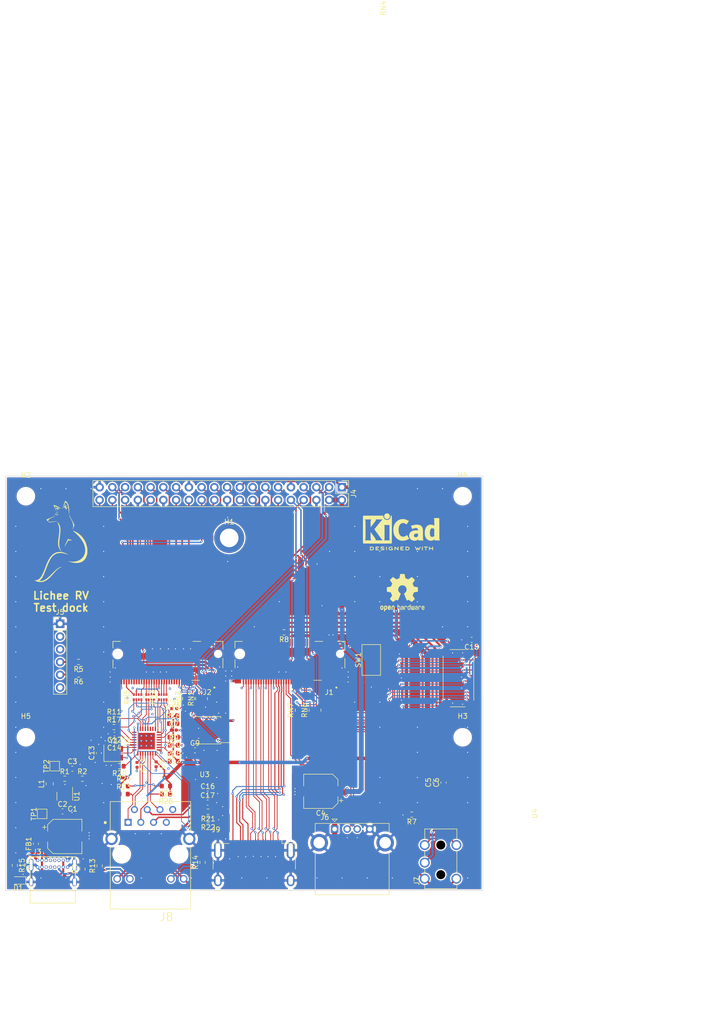
<source format=kicad_pcb>
(kicad_pcb (version 20211014) (generator pcbnew)
  (layers (0 "F.Cu" signal) (1 "In1.Cu" signal) (2 "In2.Cu" signal) (31 "B.Cu" signal) (34 "B.Paste" user) (35 "F.Paste" user) (36 "B.SilkS" user "B.Silkscreen") (37 "F.SilkS" user "F.Silkscreen") (38 "B.Mask" user) (39 "F.Mask" user) (44 "Edge.Cuts" user))
  (net 0 "")
  (net 1 "+3V3")
  (net 2 "+5V")
  (net 3 "Net-(C5-Pad1)")
  (net 4 "Net-(C6-Pad1)")
  (net 5 "Net-(FB1-Pad1)")
  (net 10 "RST_PHY")
  (net 13 "UART1_RX")
  (net 15 "SDIO1_D1")
  (net 17 "SDIO1_D2")
  (net 19 "SDIO1_D0")
  (net 21 "SDIO1_CMD")
  (net 23 "SDIO1_CLK")
  (net 25 "SDIO1_D3")
  (net 27 "UART1_TX")
  (net 29 "USB1_HOST_P")
  (net 31 "USB1_HOST_N")
  (net 33 "HDMI_HPD")
  (net 35 "HDMI_CEC")
  (net 37 "HDMI_SDA")
  (net 38 "HDMI_SCL")
  (net 39 "HP_RIGHT")
  (net 40 "HDMI_TX2_N")
  (net 41 "HP_LEFT")
  (net 42 "HDMI_TX2_P")
  (net 43 "GNDA")
  (net 46 "HDMI_TX1_N")
  (net 48 "HDMI_TX1_P")
  (net 52 "HDMI_TX0_N")
  (net 54 "HDMI_TX0_P")
  (net 56 "RST")
  (net 58 "HDMI_CLK_N")
  (net 60 "HDMI_CLK_P")
  (net 63 "UART0_TX")
  (net 64 "GPIO0")
  (net 65 "UART0_RX")
  (net 67 "GPIO1")
  (net 68 "GPIO2")
  (net 69 "I2C2_SCL")
  (net 70 "GPIO3")
  (net 71 "I2C2_SDA")
  (net 73 "GPIO4")
  (net 74 "Net-(C11-Pad1)")
  (net 75 "GPIO5")
  (net 76 "Net-(C12-Pad1)")
  (net 77 "GPIO6")
  (net 78 "Net-(C13-Pad1)")
  (net 79 "GPIO7")
  (net 80 "SD_DET")
  (net 81 "GPIO8")
  (net 82 "SD_D1")
  (net 83 "GPIO9")
  (net 85 "GPIO10")
  (net 87 "RMII_CRS_DV")
  (net 89 "GPIO11")
  (net 91 "GPIO12")
  (net 92 "SD_D2")
  (net 93 "SD_D0")
  (net 94 "RMII_RXD1")
  (net 95 "GPIO13")
  (net 96 "RMII_RXD0")
  (net 97 "GPIO14")
  (net 98 "GPIO15")
  (net 99 "GPIO16")
  (net 100 "RMII_TXD0")
  (net 101 "GPIO17")
  (net 102 "RMII_TXD1")
  (net 103 "GPIO18")
  (net 104 "GPIO19")
  (net 105 "SPI0_SCLK")
  (net 106 "SD_CMD")
  (net 107 "SPI0_CIPO")
  (net 108 "RMII_MDC")
  (net 109 "SPI0_COPI")
  (net 110 "RMII_MDIO")
  (net 111 "SPI0_PS")
  (net 113 "Net-(J3-PadA5)")
  (net 115 "SD_CLK")
  (net 116 "SD_D3")
  (net 124 "Net-(J1-Pad48)")
  (net 129 "Net-(J3-PadB5)")
  (net 133 "Net-(J5-Pad4)")
  (net 134 "Net-(J5-Pad5)")
  (net 136 "LED2")
  (net 137 "LED1")
  (net 139 "Net-(L1-Pad1)")
  (net 140 "Net-(R1-Pad2)")
  (net 141 "/Storage/SDIO1_D2")
  (net 142 "/Storage/SDIO1_D1")
  (net 145 "/Storage/SDIO1_D3")
  (net 146 "/Storage/SDIO1_CLK")
  (net 147 "/Storage/SDIO1_CMD")
  (net 148 "/Storage/SDIO1_D0")
  (net 149 "/Ethernet/RMII_TXD0")
  (net 150 "/Ethernet/RMII_RXD0")
  (net 151 "/Ethernet/RMII_RXD1")
  (net 152 "/Ethernet/RMII_CRS_DV")
  (net 153 "/Ethernet/RMII_MDC")
  (net 154 "/Ethernet/RMII_TXD1")
  (net 155 "RMII_TXCK")
  (net 157 "/Ethernet/RMII_MDIO")
  (net 159 "RMII_RXER")
  (net 160 "GND")
  (net 161 "Net-(D1-Pad2)")
  (net 162 "Net-(R10-Pad2)")
  (net 163 "RMII_TXEN")
  (net 164 "unconnected-(J2-Pad63)")
  (net 165 "RMII_RST")
  (net 166 "/Ethernet/TD_P")
  (net 167 "/Ethernet/TD_N")
  (net 168 "/Ethernet/RD_P")
  (net 169 "/Ethernet/RD_N")
  (net 170 "Net-(J8-Pad10)")
  (net 171 "Net-(J8-Pad11)")
  (net 172 "/Ethernet/RMII_RXER")
  (net 173 "Net-(R18-Pad1)")
  (net 174 "Net-(R20-Pad1)")
  (net 177 "/Ethernet/RMII_TXEN")
  (net 178 "/Ethernet/RMII_TXCK")
  (net 179 "/Storage/SD_D3")
  (net 180 "/Storage/SD_D2")
  (net 181 "/Storage/SD_D1")
  (net 182 "/Storage/SD_D0")
  (net 184 "/Storage/SD_DET")
  (net 185 "/Storage/SD_CLK")
  (net 186 "/Storage/SD_CMD")
  (net 193 "Net-(C14-Pad1)")
  (net 194 "Net-(C16-Pad1)")
  (net 195 "Net-(C17-Pad1)")
  (footprint "Resistor_SMD:R_0603_1608Metric" (layer "F.Cu") (at 128.25 153.25 90)
    (fp_text reference "R3")
    (fp_text value "5.1K")
  )
  (footprint "Resistor_SMD:R_0603_1608Metric" (layer "F.Cu") (at 153.3 143.5 180)
    (fp_text reference "R22")
    (fp_text value "5.1K")
  )
  (footprint "Resistor_SMD:R_0603_1608Metric" (layer "F.Cu") (at 127.5 112 180)
    (fp_text reference "R5")
    (fp_text value "0")
  )
  (footprint "Resistor_SMD:R_0603_1608Metric" (layer "F.Cu") (at 135.65 132.7625 180)
    (fp_text reference "R20")
    (fp_text value "2.49K")
  )
  (footprint "Resistor_SMD:R_0603_1608Metric" (layer "F.Cu") (at 146.45 130.1625 180)
    (fp_text reference "R12")
    (fp_text value "5.1K")
  )
  (footprint "Resistor_SMD:R_Array_Convex_4x0402" (layer "F.Cu") (at 152 119.3 90)
    (fp_text reference "RN1")
    (fp_text value "22R")
  )
  (footprint "riklib:HDMI_A_XUNPU_HDMI-001S" (layer "F.Cu") (at 162.5 153)
    (fp_text reference "J9")
    (fp_text value "HDMI_A")
  )
  (footprint "Capacitor_SMD:C_0603_1608Metric" (layer "F.Cu") (at 131.55 130.1375 90)
    (fp_text reference "C13")
    (fp_text value "18p")
  )
  (footprint "rik_footprints:TE_2199230-3" (layer "F.Cu") (at 145.3 110.4 180)
    (fp_text reference "J2")
    (fp_text value "te_m.2_b")
  )
  (footprint "Resistor_SMD:R_0603_1608Metric" (layer "F.Cu") (at 114.8 152.5 -90)
    (fp_text reference "R15")
    (fp_text value "470R")
  )
  (footprint "Resistor_SMD:R_0603_1608Metric" (layer "F.Cu") (at 146.45 131.7625)
    (fp_text reference "R18")
    (fp_text value "5.1K")
  )
  (footprint "Resistor_SMD:R_0603_1608Metric" (layer "F.Cu") (at 146.325 122.6625)
    (fp_text reference "R19")
    (fp_text value "5.1K")
  )
  (footprint "Resistor_SMD:R_0603_1608Metric" (layer "F.Cu") (at 146.45 126.9625 180)
    (fp_text reference "R10")
    (fp_text value "5.1K")
  )
  (footprint "Resistor_SMD:R_Array_Convex_4x0402" (layer "F.Cu") (at 141.75 119 90)
    (fp_text reference "RN4")
    (fp_text value "22R")
  )
  (footprint "TestPoint:TestPoint_Pad_1.5x1.5mm" (layer "F.Cu") (at 120.25 142.25 90)
    (fp_text reference "TP1")
    (fp_text value "TestPoint")
  )
  (footprint "Button_Switch_SMD:SW_SPST_CK_RS282G05A3" (layer "F.Cu") (at 185.8 111.6 90)
    (fp_text reference "SW1")
    (fp_text value "SW_Push")
  )
  (footprint "MountingHole:MountingHole_3.2mm_M3" (layer "F.Cu") (at 204 79)
    (fp_text reference "H4")
    (fp_text value "MountingHole")
  )
  (footprint "Resistor_SMD:R_0603_1608Metric" (layer "F.Cu") (at 127.5 114.5 180)
    (fp_text reference "R6")
    (fp_text value "0")
  )
  (footprint "Resistor_SMD:R_0603_1608Metric" (layer "F.Cu") (at 136.475 138.3)
    (fp_text reference "R23")
    (fp_text value "49.9R")
  )
  (footprint "Connector_USB:USB_A_CONNFLY_DS1095-WNR0" (layer "F.Cu") (at 178.5 145.2725)
    (fp_text reference "J6")
    (fp_text value "USB_A")
  )
  (footprint "Connector_PinHeader_2.54mm:PinHeader_2x20_P2.54mm_Vertical" (layer "F.Cu") (at 179.95 77.21 -90)
    (fp_text reference "J4")
    (fp_text value "Raspberry_Pi_2_3")
  )
  (footprint "Symbol:OSHW-Logo2_9.8x8mm_SilkScreen" (layer "F.Cu") (at 192 98.2)
    (fp_text reference "REF**" hide)
    (fp_text value "OSHW-Logo2_9.8x8mm_SilkScreen" hide)
  )
  (footprint "Resistor_SMD:R_0603_1608Metric" (layer "F.Cu") (at 193.875 142.4 180)
    (fp_text reference "R7")
    (fp_text value "0")
  )
  (footprint "Resistor_SMD:R_0603_1608Metric" (layer "F.Cu") (at 168.425 106.1 180)
    (fp_text reference "R8")
    (fp_text value "150K")
  )
  (footprint "Resistor_SMD:R_0603_1608Metric" (layer "F.Cu") (at 116.4 152.4 -90)
    (fp_text reference "R4")
    (fp_text value "5.1K")
  )
  (footprint "riklib:audio_jack_3.5_C18167" (layer "F.Cu") (at 199.252432 151.5 90)
    (fp_text reference "J7")
    (fp_text value "AudioJack3")
  )
  (footprint "Resistor_SMD:R_Array_Convex_4x0402" (layer "F.Cu") (at 174.6 121.6 90)
    (fp_text reference "RN6")
    (fp_text value "22R")
  )
  (footprint "Capacitor_SMD:C_0402_1005Metric" (layer "F.Cu") (at 146.47 125.5625)
    (fp_text reference "C7")
    (fp_text value "100n")
  )
  (footprint "Resistor_SMD:R_Array_Convex_4x0402" (layer "F.Cu") (at 139.25 119 90)
    (fp_text reference "RN5")
    (fp_text value "22R")
  )
  (footprint "Capacitor_SMD:C_0603_1608Metric" (layer "F.Cu") (at 205.8 107.6 180)
    (fp_text reference "C15")
    (fp_text value "100n")
  )
  (footprint "Inductor_SMD:L_0805_2012Metric_Pad1.15x1.40mm_HandSolder" (layer "F.Cu") (at 121.75 136.25 90)
    (fp_text reference "L1")
    (fp_text value "2.2u")
  )
  (footprint "Package_SO:SOIC-8_5.23x5.23mm_P1.27mm" (layer "F.Cu") (at 153.107858 125.6 180)
    (fp_text reference "U3")
    (fp_text value "W25Q128JVS")
  )
  (footprint "Resistor_SMD:R_0603_1608Metric" (layer "F.Cu") (at 152.2 151.9 90)
    (fp_text reference "R14")
    (fp_text value "470R")
  )
  (footprint "Capacitor_SMD:C_0402_1005Metric" (layer "F.Cu") (at 142.95 132.3625 -90)
    (fp_text reference "C8")
    (fp_text value "100n")
  )
  (footprint "Resistor_SMD:R_Array_Convex_4x0402" (layer "F.Cu") (at 144.25 119 90)
    (fp_text reference "RN3")
    (fp_text value "22R")
  )
  (footprint "riklib:logo10mm" (layer "F.Cu") (at 124 88)
    (fp_text reference "G***" hide)
    (fp_text value "LOGO" hide)
  )
  (footprint "Capacitor_SMD:C_0603_1608Metric" (layer "F.Cu") (at 200.2 136 90)
    (fp_text reference "C6")
    (fp_text value "10u")
  )
  (footprint "rik_footprints:TE_2199230-3" (layer "F.Cu") (at 169.6 110.4 180)
    (fp_text reference "J1")
    (fp_text value "te_m.2_b")
  )
  (footprint "Resistor_SMD:R_Array_Convex_4x0402" (layer "F.Cu") (at 149.4 119.3 90)
    (fp_text reference "RN2")
    (fp_text value "22R")
  )
  (footprint "Capacitor_SMD:C_0402_1005Metric" (layer "F.Cu") (at 146.55 121.2625)
    (fp_text reference "C10")
    (fp_text value "1n")
  )
  (footprint "Resistor_SMD:R_0603_1608Metric" (layer "F.Cu") (at 153.3 141.8 180)
    (fp_text reference "R21")
    (fp_text value "5.1K")
  )
  (footprint "Capacitor_SMD:C_0603_1608Metric" (layer "F.Cu") (at 153.2 140)
    (fp_text reference "C17")
    (fp_text value "22n")
  )
  (footprint "MountingHole:MountingHole_3.2mm_M3" (layer "F.Cu") (at 117 127)
    (fp_text reference "H5")
    (fp_text value "MountingHole")
  )
  (footprint "Package_TO_SOT_SMD:SOT-23-5" (layer "F.Cu") (at 124.75 138.75 -90)
    (fp_text reference "U1")
    (fp_text value "LN3406")
  )
  (footprint "Inductor_SMD:L_0603_1608Metric" (layer "F.Cu") (at 119 148.2 90)
    (fp_text reference "FB1")
    (fp_text value "FerriteBead_Small")
  )
  (footprint "Crystal:Crystal_SMD_3225-4Pin_3.2x2.5mm" (layer "F.Cu") (at 134.55 130.1625)
    (fp_text reference "Y1")
    (fp_text value "Crystal_GND24_Small")
  )
  (footprint "Capacitor_SMD:C_0402_1005Metric" (layer "F.Cu") (at 134.65 126.3625 180)
    (fp_text reference "C12")
    (fp_text value "100n")
  )
  (footprint "Resistor_SMD:R_0603_1608Metric" (layer "F.Cu") (at 144.9 138.3 180)
    (fp_text reference "R26")
    (fp_text value "49.9R")
  )
  (footprint "MountingHole:MountingHole_2.2mm_M2" (layer "F.Cu") (at 157.5 87.3)
    (fp_text reference "H1")
    (fp_text value "MountingHole")
  )
  (footprint "Capacitor_SMD:C_0402_1005Metric" (layer "F.Cu") (at 139.15 132.4825 -90)
    (fp_text reference "C11")
    (fp_text value "100n")
  )
  (footprint "Capacitor_SMD:C_0603_1608Metric" (layer "F.Cu") (at 153.225 138.2)
    (fp_text reference "C16")
    (fp_text value "22n")
  )
  (footprint "Capacitor_SMD:C_0603_1608Metric" (layer "F.Cu") (at 126.25 133.25)
    (fp_text reference "C3")
    (fp_text value "10u")
  )
  (footprint "Resistor_SMD:R_0603_1608Metric" (layer "F.Cu") (at 144.9 136.7 180)
    (fp_text reference "R25")
    (fp_text value "49.9R")
  )
  (footprint "riklib:microSD Hanbo Electronic TF-018" (layer "F.Cu") (at 206.9125 111.4325 90)
    (fp_text reference "U4")
    (fp_text value "microSD_singledet")
  )
  (footprint "Resistor_SMD:R_0603_1608Metric" (layer "F.Cu") (at 146.35 124.2625)
    (fp_text reference "R16")
    (fp_text value "1.5K")
  )
  (footprint "Resistor_SMD:R_Array_Convex_4x0402" (layer "F.Cu") (at 171.85 121.6 90)
    (fp_text reference "RN7")
    (fp_text value "22R")
  )
  (footprint "Resistor_SMD:R_0603_1608Metric" (layer "F.Cu") (at 134.575 123.3625)
    (fp_text reference "R11")
    (fp_text value "1.5K")
  )
  (footprint "LED_SMD:LED_0603_1608Metric" (layer "F.Cu") (at 115.5 155.5 180)
    (fp_text reference "D1")
    (fp_text value "LED")
  )
  (footprint "Resistor_SMD:R_0603_1608Metric" (layer "F.Cu") (at 136.5 136.7)
    (fp_text reference "R24")
    (fp_text value "49.9R")
  )
  (footprint "MountingHole:MountingHole_3.2mm_M3" (layer "F.Cu") (at 117 79)
    (fp_text reference "H2")
    (fp_text value "MountingHole")
  )
  (footprint "Resistor_SMD:R_0603_1608Metric" (layer "F.Cu") (at 128.25 135.25)
    (fp_text reference "R2")
    (fp_text value "150K")
  )
  (footprint "Symbol:KiCad-Logo2_6mm_SilkScreen" (layer "F.Cu") (at 191.8 85.4)
    (fp_text reference "REF**" hide)
    (fp_text value "KiCad-Logo2_6mm_SilkScreen" hide)
  )
  (footprint "Package_DFN_QFN:QFN-32-1EP_5x5mm_P0.5mm_EP3.3x3.3mm" (layer "F.Cu") (at 141.05 127.7625 90)
    (fp_text reference "U2")
    (fp_text value "RTL8201F")
  )
  (footprint "Connector_PinHeader_2.54mm:PinHeader_1x06_P2.54mm_Vertical" (layer "F.Cu") (at 123.825 104.4)
    (fp_text reference "J5")
    (fp_text value "Conn_01x06")
  )
  (footprint "Capacitor_SMD:C_0603_1608Metric" (layer "F.Cu") (at 124.3 141.75)
    (fp_text reference "C2")
    (fp_text value "10u")
  )
  (footprint "rik_footprints:USB_C_Recept_16Pin" (layer "F.Cu") (at 122.25 155.25)
    (fp_text reference "J3")
    (fp_text value "USB_C_Recept_16Pin")
  )
  (footprint "Resistor_SMD:R_0603_1608Metric" (layer "F.Cu") (at 131.7 152.6 90)
    (fp_text reference "R13")
    (fp_text value "470R")
  )
  (footprint "rik_footprints:HANRUN_HR911105A" (layer "F.Cu") (at 141.8125 150.28 180)
    (fp_text reference "J8")
    (fp_text value "HR911105A")
  )
  (footprint "TestPoint:TestPoint_Pad_1.5x1.5mm" (layer "F.Cu") (at 122.75 132.75 90)
    (fp_text reference "TP2")
    (fp_text value "TestPoint")
  )
  (footprint "Resistor_SMD:R_0603_1608Metric" (layer "F.Cu") (at 134.55 124.9625)
    (fp_text reference "R17")
    (fp_text value "5.1K")
  )
  (footprint "Resistor_SMD:R_0603_1608Metric" (layer "F.Cu") (at 146.45 128.5625)
    (fp_text reference "R9")
    (fp_text value "5.1K")
  )
  (footprint "Capacitor_SMD:C_0603_1608Metric" (layer "F.Cu") (at 150.682858 129.6)
    (fp_text reference "C9")
    (fp_text value "100n")
  )
  (footprint "Capacitor_SMD:CP_Elec_6.3x7.7" (layer "F.Cu") (at 175.75 137.75 180)
    (fp_text reference "C4")
    (fp_text value "100u")
  )
  (footprint "Capacitor_SMD:C_0603_1608Metric" (layer "F.Cu") (at 134.625 127.6625 180)
    (fp_text reference "C14")
    (fp_text value "18p")
  )
  (footprint "Capacitor_SMD:CP_Elec_6.3x7.7" (layer "F.Cu") (at 124.75 146.75)
    (fp_text reference "C1")
    (fp_text value "100u")
  )
  (footprint "MountingHole:MountingHole_3.2mm_M3" (layer "F.Cu") (at 204 127)
    (fp_text reference "H3")
    (fp_text value "MountingHole")
  )
  (footprint "Resistor_SMD:R_0603_1608Metric" (layer "F.Cu") (at 124.75 135.25)
    (fp_text reference "R1")
    (fp_text value "680K")
  )
  (footprint "Capacitor_SMD:C_0603_1608Metric" (layer "F.Cu") (at 198.6 136 90)
    (fp_text reference "C5")
    (fp_text value "10u")
  )
  (gr_line (start 208 75) (end 113 75) (layer "Edge.Cuts") (width 0.1))
  (gr_line (start 208 157.5) (end 208 75) (layer "Edge.Cuts") (width 0.1))
  (gr_line (start 113 75) (end 113 157.5) (layer "Edge.Cuts") (width 0.1))
  (gr_line (start 113 157.5) (end 208 157.5) (layer "Edge.Cuts") (width 0.1))
  (gr_text "Lichee RV\nTest dock" (at 124 100) (layer "F.SilkS") (effects (font (size 1.5 1.5) (thickness 0.3))))
  (segment (start 117.5 149.175) (end 117.5 137) (width 0.4) (layer "F.Cu") (net 1))
  (segment (start 137.3505 128.5125) (end 137.3 128.563) (width 0.3) (layer "F.Cu") (net 1))
  (segment (start 157.4 142.4) (end 156.8 141.8) (width 0.4) (layer "F.Cu") (net 1))
  (segment (start 192.8 109.2) (end 190.8 107.2) (width 0.7) (layer "F.Cu") (net 1))
  (segment (start 135.65 136.725) (end 135.675 136.7) (width 0.3) (layer "F.Cu") (net 1))
  (segment (start 192.8 123.8) (end 192.8 116.2) (width 0.7) (layer "F.Cu") (net 1))
  (segment (start 206.8 107.825) (end 206.575 107.6) (width 0.3) (layer "F.Cu") (net 1))
  (segment (start 157.4 141.2) (end 157.4 132.2) (width 0.3) (layer "F.Cu") (net 1))
  (segment (start 145 153.4) (end 146.6575 153.4) (width 0.4) (layer "F.Cu") (net 1))
  (segment (start 190.8 101.8) (end 190.8 79.2) (width 0.7) (layer "F.Cu") (net 1))
  (segment (start 193.6 108.6) (end 193 109.2) (width 0.3) (layer "F.Cu") (net 1))
  (segment (start 145.99 125.5625) (end 145.99 124.7275) (width 0.15) (layer "F.Cu") (net 1))
  (segment (start 144.6 135) (end 145.2 135) (width 0.7) (layer "F.Cu") (net 1))
  (segment (start 149.907858 130.707858) (end 151.2 132) (width 0.2) (layer "F.Cu") (net 1))
  (segment (start 147.6 132.6) (end 148.2 132) (width 0.7) (layer "F.Cu") (net 1))
  (segment (start 155 146) (end 157.2 146) (width 0.4) (layer "F.Cu") (net 1))
  (segment (start 122.75 132.75) (end 122.75 131.25) (width 0.7) (layer "F.Cu") (net 1))
  (segment (start 121.775 135.25) (end 121.75 135.225) (width 0.4) (layer "F.Cu") (net 1))
  (segment (start 202.2 109) (end 201 107.8) (width 0.3) (layer "F.Cu") (net 1))
  (segment (start 125.475 133.7) (end 123.925 135.25) (width 0.4) (layer "F.Cu") (net 1))
  (segment (start 145.725 138.3) (end 145.725 136.7) (width 0.3) (layer "F.Cu") (net 1))
  (segment (start 132.3 135) (end 137.2 135) (width 0.7) (layer "F.Cu") (net 1))
  (segment (start 135.675 136.525) (end 137.2 135) (width 0.3) (layer "F.Cu") (net 1))
  (segment (start 146.37048 130.85798) (end 147.275 131.7625) (width 0.3) (layer "F.Cu") (net 1))
  (segment (start 124.975 132.75) (end 125.475 133.25) (width 0.4) (layer "F.Cu") (net 1))
  (segment (start 136.9675 153.4) (end 145 153.4) (width 0.4) (layer "F.Cu") (net 1))
  (segment (start 188.81 77.21) (end 179.95 77.21) (width 0.7) (layer "F.Cu") (net 1))
  (segment (start 149.907858 129.6) (end 149.907858 130.707858) (width 0.2) (layer "F.Cu") (net 1))
  (segment (start 153.4 153) (end 153.4 147.6) (width 0.4) (layer "F.Cu") (net 1))
  (segment (start 148.0625 128.5625) (end 148.1 128.6) (width 0.15) (layer "F.Cu") (net 1))
  (segment (start 157.2 132) (end 159.6 132) (width 0.7) (layer "F.Cu") (net 1))
  (segment (start 115 151.675) (end 117.5 149.175) (width 0.4) (layer "F.Cu") (net 1))
  (segment (start 131.6375 123.3625) (end 127.5 127.5) (width 0.3) (layer "F.Cu") (net 1))
  (segment (start 179.95 77.21) (end 178.750489 76.010489) (width 0.4) (layer "F.Cu") (net 1))
  (segment (start 206.8 109) (end 202.2 109) (width 0.3) (layer "F.Cu") (net 1))
  (segment (start 145.949639 125.5625) (end 145.99 125.5625) (width 0.15) (layer "F.Cu") (net 1))
  (segment (start 157.4 132.2) (end 157.2 132) (width 0.3) (layer "F.Cu") (net 1))
  (segment (start 144.6 133.5325) (end 144.6 135) (width 0.3) (layer "F.Cu") (net 1))
  (segment (start 153.4 147.6) (end 155 146) (width 0.4) (layer "F.Cu") (net 1))
  (segment (start 189.670489 106.070489) (end 190.8 107.2) (width 0.3) (layer "F.Cu") (net 1))
  (segment (start 157.4 145.8) (end 157.4 142.4) (width 0.4) (layer "F.Cu") (net 1))
  (segment (start 149.2025 155.945) (end 150.455 155.945) (width 0.4) (layer "F.Cu") (net 1))
  (segment (start 149.507858 127.505) (end 149.507858 129.2) (width 0.2) (layer "F.Cu") (net 1))
  (segment (start 127.5 127.5) (end 127.5 130.2) (width 0.3) (layer "F.Cu") (net 1))
  (segment (start 154.125 141.8) (end 156.8 141.8) (width 0.3) (layer "F.Cu") (net 1))
  (segment (start 147.275 128.5625) (end 146.4375 128.5625) (width 0.15) (layer "F.Cu") (net 1))
  (segment (start 192.8 116.2) (end 192.8 109.2) (width 0.7) (layer "F.Cu") (net 1))
  (segment (start 185.4 131.2) (end 192.8 123.8) (width 0.7) (layer "F.Cu") (net 1))
  (segment (start 193 109.2) (end 192.8 109.2) (width 0.3) (layer "F.Cu") (net 1))
  (segment (start 125.475 133.25) (end 125.475 133.7) (width 0.4) (layer "F.Cu") (net 1))
  (segment (start 147.2 133) (end 147.6 132.6) (width 0.7) (layer "F.Cu") (net 1))
  (segment (start 127.5 130.2) (end 132.3 135) (width 0.7) (layer "F.Cu") (net 1))
  (segment (start 146.6575 153.4) (end 148.4375 155.18) (width 0.4) (layer "F.Cu") (net 1))
  (segment (start 146.7375 122.6625) (end 146.3 123.1) (width 0.3) (layer "F.Cu") (net 1))
  (segment (start 135.65 138.3) (end 135.65 136.725) (width 0.3) (layer "F.Cu") (net 1))
  (segment (start 143.4875 127.0125) (end 144.499639 127.0125) (width 0.15) (layer "F.Cu") (net 1))
  (segment (start 123.8 130.2) (end 127.5 130.2) (width 0.7) (layer "F.Cu") (net 1))
  (segment (start 122.75 131.25) (end 123.8 130.2) (width 0.7) (layer "F.Cu") (net 1))
  (segment (start 190.8 79.2) (end 188.81 77.21) (width 0.7) (layer "F.Cu") (net 1))
  (segment (start 142.95 131.8825) (end 144.6 133.5325) (width 0.3) (layer "F.Cu") (net 1))
  (segment (start 149.507858 129.2) (end 149.907858 129.6) (width 0.2) (layer "F.Cu") (net 1))
  (segment (start 169.279511 106.070489) (end 189.670489 106.070489) (width 0.3) (layer "F.Cu") (net 1))
  (segment (start 147.275 128.5625) (end 148.0625 128.5625) (width 0.15) (layer "F.Cu") (net 1))
  (segment (start 156.8 141.8) (end 157.4 141.2) (width 0.3) (layer "F.Cu") (net 1))
  (segment (start 133.75 123.3625) (end 131.6375 123.3625) (width 0.3) (layer "F.Cu") (net 1))
  (segment (start 205.5325 114.7325) (end 205.4 114.6) (width 0.3) (layer "F.Cu") (net 1))
  (segment (start 147.275 131.7625) (end 147.275 132.275) (width 0.15) (layer "F.Cu") (net 1))
  (segment (start 157.2 146) (end 157.4 145.8) (width 0.4) (layer "F.Cu") (net 1))
  (segment (start 119.275 135.225) (end 121.75 135.225) (width 0.4) (layer "F.Cu") (net 1))
  (segment (start 169.25 106.1) (end 169.279511 106.070489) (width 0.3) (layer "F.Cu") (net 1))
  (segment (start 138.6125 128.5125) (end 137.3505 128.5125) (width 0.3) (layer "F.Cu") (net 1))
  (segment (start 117.5 137) (end 119.275 135.225) (width 0.4) (layer "F.Cu") (net 1))
  (segment (start 135.1875 155.18) (end 136.9675 153.4) (width 0.4) (layer "F.Cu") (net 1))
  (segment (start 160.829511 76.010489) (end 159.63 77.21) (width 0.4) (layer "F.Cu") (net 1))
  (segment (start 144.425 134.825) (end 144.6 135) (width 0.4) (layer "F.Cu") (net 1))
  (segment (start 178.750489 76.010489) (end 160.829511 76.010489) (width 0.4) (layer "F.Cu") (net 1))
  (segment (start 147.15 122.6625) (end 146.7375 122.6625) (width 0.3) (layer "F.Cu") (net 1))
  (segment (start 145.725 136.125) (end 144.6 135) (width 0.3) (layer "F.Cu") (net 1))
  (segment (start 142.3 131.2325) (end 142.3 130.2) (width 0.15) (layer "F.Cu") (net 1))
  (segment (start 135.675 136.7) (end 135.675 136.525) (width 0.3) (layer "F.Cu") (net 1))
  (segment (start 146.3 123.1) (end 146.37048 123.17048) (width 0.3) (layer "F.Cu") (net 1))
  (segment (start 146.4375 128.5625) (end 146.37048 128.62952) (width 0.15) (layer "F.Cu") (net 1))
  (segment (start 147.275 132.275) (end 147.6 132.6) (width 0.15) (layer "F.Cu") (net 1))
  (segment (start 150.455 155.945) (end 153.4 153) (width 0.4) (layer "F.Cu") (net 1))
  (segment (start 146.37048 123.17048) (end 146.37048 128.62952) (width 0.3) (layer "F.Cu") (net 1))
  (segment (start 123.925 135.25) (end 121.775 135.25) (width 0.4) (layer "F.Cu") (net 1))
  (segment (start 145.725 136.7) (end 145.725 136.125) (width 0.3) (layer "F.Cu") (net 1))
  (segment (start 145.50607 126.00607) (end 145.949639 125.5625) (width 0.15) (layer "F.Cu") (net 1))
  (segment (start 142.95 131.8825) (end 142.3 131.2325) (width 0.15) (layer "F.Cu") (net 1))
  (segment (start 206.8 109) (end 206.8 107.825) (width 0.3) (layer "F.Cu") (net 1))
  (segment (start 144.499639 127.0125) (end 145.50607 126.00607) (width 0.15) (layer "F.Cu") (net 1))
  (segment (start 173 131.2) (end 185.4 131.2) (width 0.7) (layer "F.Cu") (net 1))
  (segment (start 148.4375 155.18) (end 149.2025 155.945) (width 0.4) (layer "F.Cu") (net 1))
  (segment (start 145.2 135) (end 147.2 133) (width 0.7) (layer "F.Cu") (net 1))
  (segment (start 146.37048 128.62952) (end 146.37048 130.85798) (width 0.3) (layer "F.Cu") (net 1))
  (segment (start 145.99 124.7275) (end 145.525 124.2625) (width 0.15) (layer "F.Cu") (net 1))
  (segment (start 122.75 132.75) (end 124.975 132.75) (width 0.4) (layer "F.Cu") (net 1))
  (segment (start 206.9125 114.7325) (end 205.5325 114.7325) (width 0.3) (layer "F.Cu") (net 1))
  (segment (start 151.2 132) (end 157.2 132) (width 0.7) (layer "F.Cu") (net 1))
  (via (at 137.2 135) (size 0.46) (drill 0.2) (layers "F.Cu" "B.Cu") (net 1))
  (via (at 190.8 107.2) (size 0.46) (drill 0.2) (layers "F.Cu" "B.Cu") (net 1))
  (via (at 159.6 132) (size 0.46) (drill 0.2) (layers "F.Cu" "B.Cu") (net 1))
  (via (at 201 107.8) (size 0.46) (drill 0.2) (layers "F.Cu" "B.Cu") (net 1))
  (via (at 173 131.2) (size 0.46) (drill 0.2) (layers "F.Cu" "B.Cu") (net 1))
  (via (at 148.1 128.6) (size 0.46) (drill 0.2) (layers "F.Cu" "B.Cu") (net 1))
  (via (at 137.3 128.563) (size 0.46) (drill 0.2) (layers "F.Cu" "B.Cu") (net 1))
  (via (at 151.2 132) (size 0.46) (drill 0.2) (layers "F.Cu" "B.Cu") (net 1))
  (via (at 193.6 108.6) (size 0.46) (drill 0.2) (layers "F.Cu" "B.Cu") (net 1))
  (via (at 148.2 132) (size 0.46) (drill 0.2) (layers "F.Cu" "B.Cu") (net 1))
  (via (at 206.8 109) (size 0.46) (drill 0.2) (layers "F.Cu" "B.Cu") (net 1))
  (via (at 205.4 114.6) (size 0.46) (drill 0.2) (layers "F.Cu" "B.Cu") (net 1))
  (via (at 144.6 135) (size 0.46) (drill 0.2) (layers "F.Cu" "B.Cu") (net 1))
  (via (at 190.8 101.8) (size 0.46) (drill 0.2) (layers "F.Cu" "B.Cu") (net 1))
  (segment (start 194.4 107.8) (end 193.6 108.6) (width 0.3) (layer "B.Cu") (net 1))
  (segment (start 159.6 132) (end 172.2 132) (width 0.7) (layer "B.Cu") (net 1))
  (segment (start 201 107.8) (end 194.4 107.8) (width 0.3) (layer "B.Cu") (net 1))
  (segment (start 190.8 107.2) (end 190.8 101.8) (width 0.7) (layer "B.Cu") (net 1))
  (segment (start 144.6 135.2) (end 144.6 135) (width 0.4) (layer "B.Cu") (net 1))
  (segment (start 137.3 130.5) (end 137.9 131.1) (width 0.3) (layer "B.Cu") (net 1))
  (segment (start 141.1725 138.6275) (end 144.6 135.2) (width 0.4) (layer "B.Cu") (net 1))
  (segment (start 137.9 134.3) (end 137.2 135) (width 0.3) (layer "B.Cu") (net 1))
  (segment (start 205.4 112) (end 206.8 110.6) (width 0.3) (layer "B.Cu") (net 1))
  (segment (start 206.8 110.6) (end 206.8 109) (width 0.3) (layer "B.Cu") (net 1))
  (segment (start 148.2 132) (end 151.2 132) (width 0.7) (layer "B.Cu") (net 1))
  (segment (start 137.3 128.563) (end 137.3 130.5) (width 0.3) (layer "B.Cu") (net 1))
  (segment (start 205.4 114.6) (end 205.4 112) (width 0.3) (layer "B.Cu") (net 1))
  (segment (start 137.9 131.1) (end 137.9 134.3) (width 0.3) (layer "B.Cu") (net 1))
  (segment (start 172.2 132) (end 173 131.2) (width 0.7) (layer "B.Cu") (net 1))
  (segment (start 178.5 149.1) (end 178.5 147.7) (width 0.7) (layer "F.Cu") (net 2))
  (segment (start 178.5 147.7) (end 178.5 143.7725) (width 1) (layer "F.Cu") (net 2))
  (segment (start 122.05 146.75) (end 122.05 144.55) (width 0.4) (layer "F.Cu") (net 2))
  (segment (start 179.95 79.75) (end 179.95 101.55) (width 1) (layer "F.Cu") (net 2))
  (segment (start 130.275 143.075) (end 131.2 144) (width 1) (layer "F.Cu") (net 2))
  (segment (start 123.914638 139.8875) (end 125.7 138.102138) (width 0.4) (layer "F.Cu") (net 2))
  (segment (start 122.05 146.75) (end 119.6625 146.75) (width 0.4) (layer "F.Cu") (net 2))
  (segment (start 131.2 144) (end 131.2 149.8) (width 1) (layer "F.Cu") (net 2))
  (segment (start 125.7 138.102138) (end 125.7 137.6125) (width 0.4) (layer "F.Cu") (net 2))
  (segment (start 130.2 154.4) (end 132.549511 156.749511) (width 0.7) (layer "F.Cu") (net 2))
  (segment (start 179.95 137.75) (end 180.8 138.6) (width 0.5) (layer "F.Cu") (net 2))
  (segment (start 155 152.8) (end 158.8 152.8) (width 0.7) (layer "F.Cu") (net 2))
  (segment (start 180.45 137.75) (end 181 137.2) (width 0.5) (layer "F.Cu") (net 2))
  (segment (start 131.2 149.8) (end 130.2 150.8) (width 1) (layer "F.Cu") (net 2))
  (segment (start 178.5 137.8) (end 178.45 137.75) (width 1) (layer "F.Cu") (net 2))
  (segment (start 178.6 108.125) (end 180.075 108.125) (width 0.3) (layer "F.Cu") (net 2))
  (segment (start 158.75 152.75) (end 158.8 152.8) (width 0.15) (layer "F.Cu") (net 2))
  (segment (start 158.8 152.8) (end 174.8 152.8) (width 0.7) (layer "F.Cu") (net 2))
  (segment (start 180.075 108.125) (end 180.2 108) (width 0.3) (layer "F.Cu") (net 2))
  (segment (start 178.45 137.75) (end 179.95 137.75) (width 0.5) (layer "F.Cu") (net 2))
  (segment (start 123.8 139.8875) (end 123.8 141.475) (width 0.4) (layer "F.Cu") (net 2))
  (segment (start 178.45 137.75) (end 180.45 137.75) (width 0.5) (layer "F.Cu") (net 2))
  (segment (start 132.549511 156.749511) (end 151.050489 156.749511) (width 0.7) (layer "F.Cu") (net 2))
  (segment (start 178.5 143.7725) (end 178.5 137.8) (width 1) (layer "F.Cu") (net 2))
  (segment (start 123.525 141.75) (end 120.75 141.75) (width 0.4) (layer "F.Cu") (net 2))
  (segment (start 177.41 79.75) (end 179.95 79.75) (width 1) (layer "F.Cu") (net 2))
  (segment (start 179.95 101.55) (end 180 101.6) (width 1) (layer "F.Cu") (net 2))
  (segment (start 120.75 141.75) (end 120.25 142.25) (width 0.4) (layer "F.Cu") (net 2))
  (segment (start 174.8 152.8) (end 178.5 149.1) (width 0.7) (layer "F.Cu") (net 2))
  (segment (start 158.75 148.75) (end 158.75 152.75) (width 0.15) (layer "F.Cu") (net 2))
  (segment (start 123.8 139.8875) (end 123.914638 139.8875) (width 0.4) (layer "F.Cu") (net 2))
  (segment (start 151.050489 156.749511) (end 155 152.8) (width 0.7) (layer "F.Cu") (net 2))
  (segment (start 119.6625 146.75) (end 119 147.4125) (width 0.4) (layer "F.Cu") (net 2))
  (segment (start 123.525 143.075) (end 130.275 143.075) (width 1) (layer "F.Cu") (net 2))
  (segment (start 122.05 144.55) (end 123.525 143.075) (width 0.4) (layer "F.Cu") (net 2))
  (segment (start 123.525 143.075) (end 123.525 141.75) (width 0.4) (layer "F.Cu") (net 2))
  (segment (start 123.8 141.475) (end 123.525 141.75) (width 0.4) (layer "F.Cu") (net 2))
  (segment (start 130.2 150.8) (end 130.2 154.4) (width 1) (layer "F.Cu") (net 2))
  (via (at 180 101.6) (size 0.46) (drill 0.2) (layers "F.Cu" "B.Cu") (net 2))
  (via (at 180.2 108) (size 0.46) (drill 0.2) (layers "F.Cu" "B.Cu") (net 2))
  (via (at 181 137.2) (size 0.46) (drill 0.2) (layers "F.Cu" "B.Cu") (net 2))
  (via (at 180.8 138.6) (size 0.46) (drill 0.2) (layers "F.Cu" "B.Cu") (net 2))
  (segment (start 180.8 138) (end 181 137.8) (width 0.5) (layer "B.Cu") (net 2))
  (segment (start 183.8 137.4) (end 183.4 137.8) (width 1) (layer "B.Cu") (net 2))
  (segment (start 183.4 137.8) (end 181 137.8) (width 1) (layer "B.Cu") (net 2))
  (segment (start 180.2 108.6) (end 183.8 112.2) (width 1) (layer "B.Cu") (net 2))
  (segment (start 181 137.2) (end 181 137.8) (width 0.5) (layer "B.Cu") (net 2))
  (segment (start 180 101.6) (end 180 107.8) (width 1) (layer "B.Cu") (net 2))
  (segment (start 183.8 112.2) (end 183.8 137.4) (width 1) (layer "B.Cu") (net 2))
  (segment (start 180.2 108) (end 180.2 108.6) (width 1) (layer "B.Cu") (net 2))
  (segment (start 180 107.8) (end 180.2 108) (width 1) (layer "B.Cu") (net 2))
  (segment (start 180.8 138.6) (end 180.8 138) (width 0.5) (layer "B.Cu") (net 2))
  (segment (start 198.6 145.2) (end 198 145.8) (width 0.4) (layer "F.Cu") (net 3))
  (segment (start 198.6 141.6) (end 198.6 143.1) (width 0.4) (layer "F.Cu") (net 3))
  (segment (start 198.6 136.775) (end 198.6 141.6) (width 0.4) (layer "F.Cu") (net 3))
  (segment (start 198.6 143.1) (end 198.6 145.2) (width 0.4) (layer "F.Cu") (net 3))
  (via (at 198 145.8) (size 0.46) (drill 0.2) (layers "F.Cu" "B.Cu") (net 3))
  (segment (start 198 145.8) (end 198 150.402432) (width 0.4) (layer "B.Cu") (net 3))
  (segment (start 198 150.402432) (end 196.452432 151.95) (width 0.4) (layer "B.Cu") (net 3))
  (segment (start 201.452911 143.852911) (end 200.2 142.6) (width 0.3) (layer "F.Cu") (net 4))
  (segment (start 202.752432 148.45) (end 201.452911 147.150479) (width 0.3) (layer "F.Cu") (net 4))
  (segment (start 197.751953 147.150479) (end 196.452432 148.45) (width 0.3) (layer "F.Cu") (net 4))
  (segment (start 201.452911 147.150479) (end 197.751953 147.150479) (width 0.3) (layer "F.Cu") (net 4))
  (segment (start 201.452911 147.150479) (end 201.452911 143.852911) (width 0.3) (layer "F.Cu") (net 4))
  (segment (start 200.2 142.6) (end 200.2 136.775) (width 0.3) (layer "F.Cu") (net 4))
  (segment (start 121 154.4) (end 123.8 154.4) (width 0.4) (layer "F.Cu") (net 5))
  (segment (start 120.2 153.6) (end 121 154.4) (width 0.4) (layer "F.Cu") (net 5))
  (segment (start 120.2 152.85) (end 120.2 153.6) (width 0.4) (layer "F.Cu") (net 5))
  (segment (start 120.2 152.85) (end 120.2 151.5) (width 0.4) (layer "F.Cu") (net 5))
  (segment (start 123.8 154.4) (end 124.45 153.75) (width 0.4) (layer "F.Cu") (net 5))
  (segment (start 120.2 149.4125) (end 120.2 151.5) (width 0.4) (layer "F.Cu") (net 5))
  (segment (start 124.45 152.85) (end 124.45 151.5) (width 0.4) (layer "F.Cu") (net 5))
  (segment (start 124.45 153.75) (end 124.45 152.85) (width 0.4) (layer "F.Cu") (net 5))
  (segment (start 119.775 148.9875) (end 120.2 149.4125) (width 0.4) (layer "F.Cu") (net 5))
  (segment (start 119 148.9875) (end 119.775 148.9875) (width 0.4) (layer "F.Cu") (net 5))
  (segment (start 145.56625 121.76625) (end 146.07 121.2625) (width 0.15) (layer "F.Cu") (net 10))
  (segment (start 145.5 121.8325) (end 145.56625 121.76625) (width 0.15) (layer "F.Cu") (net 10))
  (segment (start 140.8 125.325) (end 140.8 123.5) (width 0.15) (layer "F.Cu") (net 10))
  (segment (start 145.56625 121.76625) (end 145.3 121.5) (width 0.15) (layer "F.Cu") (net 10))
  (segment (start 145.5 122.6625) (end 145.5 121.8325) (width 0.15) (layer "F.Cu") (net 10))
  (segment (start 138.2 121.8) (end 138.5 121.5) (width 0.15) (layer "F.Cu") (net 10))
  (segment (start 138.5 121.5) (end 138.5 119.5) (width 0.15) (layer "F.Cu") (net 10))
  (segment (start 145.3 121.5) (end 145.3 121.4) (width 0.15) (layer "F.Cu") (net 10))
  (via (at 145.3 121.4) (size 0.46) (drill 0.2) (layers "F.Cu" "B.Cu") (net 10))
  (via (at 138.2 121.8) (size 0.46) (drill 0.2) (layers "F.Cu" "B.Cu") (net 10))
  (via (at 140.8 123.5) (size 0.46) (drill 0.2) (layers "F.Cu" "B.Cu") (net 10))
  (segment (start 139.9 123.5) (end 140.8 123.5) (width 0.15) (layer "B.Cu") (net 10))
  (segment (start 145.3 121.4) (end 143.7 123) (width 0.15) (layer "B.Cu") (net 10))
  (segment (start 143.7 123) (end 141.3 123) (width 0.15) (layer "B.Cu") (net 10))
  (segment (start 138.2 121.8) (end 139.9 123.5) (width 0.15) (layer "B.Cu") (net 10))
  (segment (start 141.3 123) (end 140.8 123.5) (width 0.15) (layer "B.Cu") (net 10))
  (segment (start 172.8 91.6) (end 171.8 90.6) (width 0.3) (layer "F.Cu") (net 13))
  (segment (start 172.8 92.8) (end 172.8 91.6) (width 0.3) (layer "F.Cu") (net 13))
  (segment (start 173.35 115.675) (end 173.35 111.55) (width 0.3) (layer "F.Cu") (net 13))
  (segment (start 173.35 111.55) (end 173 111.2) (width 0.3) (layer "F.Cu") (net 13))
  (via (at 173 111.2) (size 0.46) (drill 0.2) (layers "F.Cu" "B.Cu") (net 13))
  (via (at 171.8 90.6) (size 0.46) (drill 0.2) (layers "F.Cu" "B.Cu") (net 13))
  (via (at 172.8 92.8) (size 0.46) (drill 0.2) (layers "F.Cu" "B.Cu") (net 13))
  (segment (start 173 93) (end 172.8 92.8) (width 0.3) (layer "B.Cu") (net 13))
  (segment (start 171.8 90.6) (end 171.8 81.76) (width 0.3) (layer "B.Cu") (net 13))
  (segment (start 171.8 81.76) (end 169.79 79.75) (width 0.3) (layer "B.Cu") (net 13))
  (segment (start 173 111.2) (end 173 93) (width 0.3) (layer "B.Cu") (net 13))
  (segment (start 152.25 117.85) (end 152.25 118.8) (width 0.2) (layer "F.Cu") (net 15))
  (segment (start 151 116.6) (end 152.25 117.85) (width 0.2) (layer "F.Cu") (net 15))
  (segment (start 151 114.8) (end 151 116.6) (width 0.2) (layer "F.Cu") (net 15))
  (segment (start 149.35 114.4) (end 150.6 114.4) (width 0.2) (layer "F.Cu") (net 15))
  (segment (start 149.05 115.675) (end 149.05 114.7) (width 0.2) (layer "F.Cu") (net 15))
  (segment (start 149.05 114.7) (end 149.35 114.4) (width 0.2) (layer "F.Cu") (net 15))
  (segment (start 150.6 114.4) (end 151 114.8) (width 0.2) (layer "F.Cu") (net 15))
  (segment (start 140.3 108.125) (end 140.3 109.7) (width 0.3) (layer "F.Cu") (net 17))
  (segment (start 151.75 118.8) (end 151.75 118.028116) (width 0.2) (layer "F.Cu") (net 17))
  (segment (start 151.75 118.028116) (end 151.746192 118.024308) (width 0.2) (layer "F.Cu") (net 17))
  (segment (start 140.3 109.7) (end 140.4 109.8) (width 0.3) (layer "F.Cu") (net 17))
  (via (at 151.746192 118.024308) (size 0.46) (drill 0.2) (layers "F.Cu" "B.Cu") (net 17))
  (via (at 140.4 109.8) (size 0.46) (drill 0.2) (layers "F.Cu" "B.Cu") (net 17))
  (segment (start 141.2 112.4) (end 140.4 111.6) (width 0.2) (layer "B.Cu") (net 17))
  (segment (start 140.4 111.6) (end 140.4 111.4) (width 0.2) (layer "B.Cu") (net 17))
  (segment (start 151.746192 117.46806) (end 150.8 116.521868) (width 0.2) (layer "B.Cu") (net 17))
  (segment (start 150.2 112.4) (end 141.2 112.4) (width 0.2) (layer "B.Cu") (net 17))
  (segment (start 140.4 111.4) (end 140.4 109.8) (width 0.2) (layer "B.Cu") (net 17))
  (segment (start 151.746192 118.024308) (end 151.746192 117.46806) (width 0.2) (layer "B.Cu") (net 17))
  (segment (start 150.8 116.521868) (end 150.8 113.2) (width 0.2) (layer "B.Cu") (net 17))
  (segment (start 150.8 113.2) (end 150.8 113) (width 0.2) (layer "B.Cu") (net 17))
  (segment (start 150.8 113) (end 150.2 112.4) (width 0.2) (layer "B.Cu") (net 17))
  (segment (start 151.25 118.8) (end 151.25 117.65) (width 0.2) (layer "F.Cu") (net 19))
  (segment (start 148.6 117) (end 148.6 115.725) (width 0.2) (layer "F.Cu") (net 19))
  (segment (start 148.6 115.725) (end 148.55 115.675) (width 0.2) (layer "F.Cu") (net 19))
  (segment (start 151.25 117.65) (end 150.6 117) (width 0.2) (layer "F.Cu") (net 19))
  (via (at 150.6 117) (size 0.46) (drill 0.2) (layers "F.Cu" "B.Cu") (net 19))
  (via (at 148.6 117) (size 0.46) (drill 0.2) (layers "F.Cu" "B.Cu") (net 19))
  (segment (start 148.770969 117.170969) (end 148.6 117) (width 0.2) (layer "B.Cu") (net 19))
  (segment (start 149.972896 117.170969) (end 148.770969 117.170969) (width 0.2) (layer "B.Cu") (net 19))
  (segment (start 150.143865 117) (end 149.972896 117.170969) (width 0.2) (layer "B.Cu") (net 19))
  (segment (start 150.6 117) (end 150.143865 117) (width 0.2) (layer "B.Cu") (net 19))
  (segment (start 147.55 115.675) (end 147.55 116.9795) (width 0.2) (layer "F.Cu") (net 21))
  (segment (start 150.15 118.8) (end 150.15 117.85) (width 0.2) (layer "F.Cu") (net 21))
  (segment (start 150.15 117.85) (end 150.4 117.6) (width 0.2) (layer "F.Cu") (net 21))
  (segment (start 147.55 116.9795) (end 147.5705 117) (width 0.2) (layer "F.Cu") (net 21))
  (via (at 150.4 117.6) (size 0.46) (drill 0.2) (layers "F.Cu" "B.Cu") (net 21))
  (via (at 147.5705 117) (size 0.46) (drill 0.2) (layers "F.Cu" "B.Cu") (net 21))
  (segment (start 148.198621 117.520489) (end 148.120489 117.520489) (width 0.2) (layer "B.Cu") (net 21))
  (segment (start 148.120489 117.520489) (end 147.6 117) (width 0.2) (layer "B.Cu") (net 21))
  (segment (start 148.278132 117.6) (end 148.198621 117.520489) (width 0.2) (layer "B.Cu") (net 21))
  (segment (start 149.907632 117.6) (end 149.828121 117.520489) (width 0.2) (layer "B.Cu") (net 21))
  (segment (start 149.430879 117.520489) (end 149.351368 117.6) (width 0.2) (layer "B.Cu") (net 21))
  (segment (start 149.351368 117.6) (end 148.278132 117.6) (width 0.2) (layer "B.Cu") (net 21))
  (segment (start 147.6 117) (end 147.5705 117) (width 0.2) (layer "B.Cu") (net 21))
  (segment (start 149.828121 117.520489) (end 149.430879 117.520489) (width 0.2) (layer "B.Cu") (net 21))
  (segment (start 150.4 117.6) (end 149.907632 117.6) (width 0.2) (layer "B.Cu") (net 21))
  (segment (start 148.05 117.95) (end 148.05 115.675) (width 0.2) (layer "F.Cu") (net 23))
  (segment (start 149.65 118.8) (end 149.65 118.0205) (width 0.2) (layer "F.Cu") (net 23))
  (segment (start 148 118) (end 148.05 117.95) (width 0.2) (layer "F.Cu") (net 23))
  (segment (start 149.65 118.0205) (end 149.6295 118) (width 0.2) (layer "F.Cu") (net 23))
  (via (at 148 118) (size 0.46) (drill 0.2) (layers "F.Cu" "B.Cu") (net 23))
  (via (at 149.6295 118) (size 0.46) (drill 0.2) (layers "F.Cu" "B.Cu") (net 23))
  (segment (start 148 118) (end 149.6295 118) (width 0.2) (layer "B.Cu") (net 23))
  (segment (start 149.55 115.675) (end 149.55 117.25) (width 0.2) (layer "F.Cu") (net 25))
  (segment (start 149.15 117.65) (end 149.15 118.8) (width 0.2) (layer "F.Cu") (net 25))
  (segment (start 149.55 117.25) (end 149.15 117.65) (width 0.2) (layer "F.Cu") (net 25))
  (segment (start 169.85 111.55) (end 170 111.4) (width 0.3) (layer "F.Cu") (net 27))
  (segment (start 170.8 91.4) (end 170.8 95) (width 0.3) (layer "F.Cu") (net 27))
  (segment (start 170.8 81.28) (end 172.33 79.75) (width 0.3) (layer "F.Cu") (net 27))
  (segment (start 170.8 82.2) (end 170.8 81.28) (width 0.3) (layer "F.Cu") (net 27))
  (segment (start 169.85 115.675) (end 169.85 111.55) (width 0.3) (layer "F.Cu") (net 27))
  (segment (start 170.8 95) (end 170.2 95.6) (width 0.3) (layer "F.Cu") (net 27))
  (via (at 170.8 91.4) (size 0.46) (drill 0.2) (layers "F.Cu" "B.Cu") (net 27))
  (via (at 170 111.4) (size 0.46) (drill 0.2) (layers "F.Cu" "B.Cu") (net 27))
  (via (at 170.2 95.6) (size 0.46) (drill 0.2) (layers "F.Cu" "B.Cu") (net 27))
  (via (at 170.8 82.2) (size 0.46) (drill 0.2) (layers "F.Cu" "B.Cu") (net 27))
  (segment (start 170 111.4) (end 170 95.8) (width 0.3) (layer "B.Cu") (net 27))
  (segment (start 170 95.8) (end 170.2 95.6) (width 0.3) (layer "B.Cu") (net 27))
  (segment (start 170.8 91.4) (end 170.8 82.2) (width 0.3) (layer "B.Cu") (net 27))
  (segment (start 180.108732 131.9375) (end 182.262501 134.091269) (width 0.175) (layer "F.Cu") (net 29))
  (segment (start 169.362501 118.191269) (end 170.2625 119.091268) (width 0.175) (layer "F.Cu") (net 29))
  (segment (start 170.2625 130.291268) (end 171.908732 131.9375) (width 0.175) (layer "F.Cu") (net 29))
  (segment (start 169.35 115.675) (end 169.362501 115.687501) (width 0.175) (layer "F.Cu") (net 29))
  (segment (start 171.908732 131.9375) (end 180.108732 131.9375) (width 0.175) (layer "F.Cu") (net 29))
  (segment (start 170.2625 119.091268) (end 170.2625 130.291268) (width 0.175) (layer "F.Cu") (net 29))
  (segment (start 169.362501 115.687501) (end 169.362501 118.191269) (width 0.175) (layer "F.Cu") (net 29))
  (segment (start 182.262501 144.535001) (end 183 145.2725) (width 0.175) (layer "F.Cu") (net 29))
  (segment (start 182.262501 134.091269) (end 182.262501 144.535001) (width 0.175) (layer "F.Cu") (net 29))
  (segment (start 169.7375 130.508732) (end 171.691268 132.4625) (width 0.175) (layer "F.Cu") (net 31))
  (segment (start 181.737499 144.535001) (end 181 145.2725) (width 0.175) (layer "F.Cu") (net 31))
  (segment (start 181.737499 134.308731) (end 181.737499 144.535001) (width 0.175) (layer "F.Cu") (net 31))
  (segment (start 168.85 115.675) (end 168.837499 115.687501) (width 0.175) (layer "F.Cu") (net 31))
  (segment (start 171.691268 132.4625) (end 179.891268 132.4625) (width 0.175) (layer "F.Cu") (net 31))
  (segment (start 168.837499 118.408731) (end 169.7375 119.308732) (width 0.175) (layer "F.Cu") (net 31))
  (segment (start 168.837499 115.687501) (end 168.837499 118.408731) (width 0.175) (layer "F.Cu") (net 31))
  (segment (start 169.7375 119.308732) (end 169.7375 130.508732) (width 0.175) (layer "F.Cu") (net 31))
  (segment (start 179.891268 132.4625) (end 181.737499 134.308731) (width 0.175) (layer "F.Cu") (net 31))
  (segment (start 168.373532 116.713908) (end 168.373532 136.60742) (width 0.2) (layer "F.Cu") (net 33))
  (segment (start 168.373532 136.60742) (end 168.483056 136.716944) (width 0.2) (layer "F.Cu") (net 33))
  (segment (start 168.35 115.675) (end 168.35 116.690375) (width 0.2) (layer "F.Cu") (net 33))
  (segment (start 158.25 138.25) (end 158.25 148.75) (width 0.2) (layer "F.Cu") (net 33))
  (segment (start 158.2 138.2) (end 158.25 138.25) (width 0.2) (layer "F.Cu") (net 33))
  (segment (start 168.35 116.690375) (end 168.373532 116.713908) (width 0.2) (layer "F.Cu") (net 33))
  (via (at 168.483056 136.716944) (size 0.46) (drill 0.2) (layers "F.Cu" "B.Cu") (net 33))
  (via (at 158.2 138.2) (size 0.46) (drill 0.2) (layers "F.Cu" "B.Cu") (net 33))
  (segment (start 158.2 137.6) (end 159 136.8) (width 0.2) (layer "B.Cu") (net 33))
  (segment (start 168.4 136.8) (end 168.483056 136.716944) (width 0.2) (layer "B.Cu") (net 33))
  (segment (start 159 136.8) (end 168.4 136.8) (width 0.2) (layer "B.Cu") (net 33))
  (segment (start 158.2 138.2) (end 158.2 137.6) (width 0.2) (layer "B.Cu") (net 33))
  (segment (start 167.85 136.832715) (end 168.138516 137.121231) (width 0.2) (layer "F.Cu") (net 35))
  (segment (start 167.974022 116.879391) (end 167.97402 117.920612) (width 0.2) (layer "F.Cu") (net 35))
  (segment (start 160.2 143.2) (end 161.25 144.25) (width 0.2) (layer "F.Cu") (net 35))
  (segment (start 167.85 118.044631) (end 167.85 136.832715) (width 0.2) (layer "F.Cu") (net 35))
  (segment (start 168.138516 137.121231) (end 168.138516 138.138516) (width 0.2) (layer "F.Cu") (net 35))
  (segment (start 161.25 144.25) (end 161.25 148.75) (width 0.2) (layer "F.Cu") (net 35))
  (segment (start 160.2 139) (end 160.2 143.2) (width 0.2) (layer "F.Cu") (net 35))
  (segment (start 167.85 115.675) (end 167.85 116.755368) (width 0.2) (layer "F.Cu") (net 35))
  (segment (start 168.138516 138.138516) (end 168.4 138.4) (width 0.2) (layer "F.Cu") (net 35))
  (segment (start 167.97402 117.920612) (end 167.85 118.044631) (width 0.2) (layer "F.Cu") (net 35))
  (segment (start 167.85 116.755368) (end 167.974022 116.879391) (width 0.2) (layer "F.Cu") (net 35))
  (via (at 160.2 139) (size 0.46) (drill 0.2) (layers "F.Cu" "B.Cu") (net 35))
  (via (at 168.4 138.4) (size 0.46) (drill 0.2) (layers "F.Cu" "B.Cu") (net 35))
  (segment (start 160.4 138.4) (end 167.051171 138.4) (width 0.2) (layer "B.Cu") (net 35))
  (segment (start 167.051171 138.4) (end 167.180672 138.529501) (width 0.2) (layer "B.Cu") (net 35))
  (segment (start 167.180672 138.529501) (end 167.819328 138.529501) (width 0.2) (layer "B.Cu") (net 35))
  (segment (start 160.2 138.6) (end 160.4 138.4) (width 0.2) (layer "B.Cu") (net 35))
  (segment (start 167.819328 138.529501) (end 167.948829 138.4) (width 0.2) (layer "B.Cu") (net 35))
  (segment (start 167.948829 138.4) (end 168.4 138.4) (width 0.2) (layer "B.Cu") (net 35))
  (segment (start 160.2 139) (end 160.2 138.6) (width 0.2) (layer "B.Cu") (net 35))
  (segment (start 167.57451 117.755128) (end 167.37451 117.955128) (width 0.2) (layer "F.Cu") (net 37))
  (segment (start 167.574511 117.044873) (end 167.57451 117.755128) (width 0.2) (layer "F.Cu") (net 37))
  (segment (start 159.75 144.75) (end 159.75 148.75) (width 0.2) (layer "F.Cu") (net 37))
  (segment (start 167.35 116.820362) (end 167.574511 117.044873) (width 0.2) (layer "F.Cu") (net 37))
  (segment (start 167.35 115.675) (end 167.35 116.820362) (width 0.2) (layer "F.Cu") (net 37))
  (segment (start 167.37451 117.955128) (end 167.37451 137.106054) (width 0.2) (layer "F.Cu") (net 37))
  (segment (start 159 144) (end 159.75 144.75) (width 0.2) (layer "F.Cu") (net 37))
  (segment (start 167.37451 137.106054) (end 167.609015 137.340559) (width 0.2) (layer "F.Cu") (net 37))
  (segment (start 159 138.8) (end 159 144) (width 0.2) (layer "F.Cu") (net 37))
  (via (at 167.609015 137.340559) (size 0.46) (drill 0.2) (layers "F.Cu" "B.Cu") (net 37))
  (via (at 159 138.8) (size 0.46) (drill 0.2) (layers "F.Cu" "B.Cu") (net 37))
  (segment (start 159 138.8) (end 159 138.6) (width 0.2) (layer "B.Cu") (net 37))
  (segment (start 160.2 137.4) (end 167.549574 137.4) (width 0.2) (layer "B.Cu") (net 37))
  (segment (start 159 138.6) (end 160.2 137.4) (width 0.2) (layer "B.Cu") (net 37))
  (segment (start 167.549574 137.4) (end 167.609015 137.340559) (width 0.2) (layer "B.Cu") (net 37))
  (segment (start 160.25 144.45) (end 160.25 148.75) (width 0.2) (layer "F.Cu") (net 38))
  (segment (start 166.6 137.2) (end 166.6 137.4) (width 0.2) (layer "F.Cu") (net 38))
  (segment (start 167.2 138) (end 167.6 138) (width 0.2) (layer "F.Cu") (net 38))
  (segment (start 166.6 137.4) (end 167.2 138) (width 0.2) (layer "F.Cu") (net 38))
  (segment (start 159.6 143.8) (end 160.25 144.45) (width 0.2) (layer "F.Cu") (net 38))
  (segment (start 166.6 119.4) (end 166.6 136) (width 0.2) (layer "F.Cu") (net 38))
  (segment (start 167.2 117.2) (end 167.2 117.6) (width 0.15) (layer "F.Cu") (net 38))
  (segment (start 166.6 118.2) (end 166.6 119.4) (width 0.2) (layer "F.Cu") (net 38))
  (segment (start 167.2 117.6) (end 166.6 118.2) (width 0.15) (layer "F.Cu") (net 38))
  (segment (start 166.85 116.85) (end 167.2 117.2) (width 0.15) (layer "F.Cu") (net 38))
  (segment (start 159.6 139.6) (end 159.6 143.8) (width 0.2) (layer "F.Cu") (net 38))
  (segment (start 166.85 115.675) (end 166.85 116.85) (width 0.15) (layer "F.Cu") (net 38))
  (segment (start 166.6 136) (end 166.6 137.2) (width 0.2) (layer "F.Cu") (net 38))
  (via (at 167.6 138) (size 0.46) (drill 0.2) (layers "F.Cu" "B.Cu") (net 38))
  (via (at 159.6 139.6) (size 0.46) (drill 0.2) (layers "F.Cu" "B.Cu") (net 38))
  (segment (start 160.2 138) (end 167.6 138) (width 0.2) (layer "B.Cu") (net 38))
  (segment (start 159.6 139.6) (end 159.6 138.6) (width 0.2) (layer "B.Cu") (net 38))
  (segment (start 159.6 138.6) (end 160.2 138) (width 0.2) (layer "B.Cu") (net 38))
  (segment (start 166.1 108.125) (end 166.1 106.1) (width 0.2) (layer "F.Cu") (net 39))
  (segment (start 167.2 105) (end 168.8 105) (width 0.2) (layer "F.Cu") (net 39))
  (segment (start 166.1 106.1) (end 167.2 105) (width 0.2) (layer "F.Cu") (net 39))
  (segment (start 192.6 105) (end 168.8 105) (width 0.4) (layer "F.Cu") (net 39))
  (segment (start 198 134.625) (end 198 110.4) (width 0.4) (layer "F.Cu") (net 39))
  (segment (start 198.6 135.225) (end 198 134.625) (width 0.4) (layer "F.Cu") (net 39))
  (segment (start 198 110.4) (end 192.6 105) (width 0.4) (layer "F.Cu") (net 39))
  (segment (start 167.05 138.496446) (end 167.05 145.2) (width 0.15) (layer "F.Cu") (net 40))
  (segment (start 167.05 145.2) (end 166.25 146) (width 0.15) (layer "F.Cu") (net 40))
  (segment (start 166.25 146) (end 166.25 148.75) (width 0.15) (layer "F.Cu") (net 40))
  (segment (start 165.85 137.296446) (end 167.05 138.496446) (width 0.15) (layer "F.Cu") (net 40))
  (segment (start 165.85 115.675) (end 165.85 137.296446) (width 0.15) (layer "F.Cu") (net 40))
  (segment (start 165.6 108.125) (end 165.6 105) (width 0.2) (layer "F.Cu") (net 41))
  (segment (start 165.6 105) (end 166.4 104.2) (width 0.2) (layer "F.Cu") (net 41))
  (segment (start 200.2 134) (end 200.2 135.225) (width 0.4) (layer "F.Cu") (net 41))
  (segment (start 198.8 109.6) (end 198.8 132.6) (width 0.4) (layer "F.Cu") (net 41))
  (segment (start 168.8 104.2) (end 193.4 104.2) (width 0.4) (layer "F.Cu") (net 41))
  (segment (start 166.4 104.2) (end 168.8 104.2) (width 0.2) (layer "F.Cu") (net 41))
  (segment (start 198.8 132.6) (end 200.2 134) (width 0.4) (layer "F.Cu") (net 41))
  (segment (start 193.4 104.2) (end 198.8 109.6) (width 0.4) (layer "F.Cu") (net 41))
  (segment (start 167.2 147.24) (end 167.25 147.29) (width 0.15) (layer "F.Cu") (net 42))
  (segment (start 166.55 144.986528) (end 166.368264 145.168264) (width 0.15) (layer "F.Cu") (net 42))
  (segment (start 166.55 138.703554) (end 166.55 144.986528) (width 0.15) (layer "F.Cu") (net 42))
  (segment (start 167.2 146) (end 167.2 147.24) (width 0.15) (layer "F.Cu") (net 42))
  (segment (start 165.35 115.675) (end 165.35 137.503554) (width 0.15) (layer "F.Cu") (net 42))
  (segment (start 167.25 147.29) (end 167.25 148.75) (width 0.15) (layer "F.Cu") (net 42))
  (segment (start 165.35 137.503554) (end 166.55 138.703554) (width 0.15) (layer "F.Cu") (net 42))
  (via (at 166.368264 145.168264) (size 0.46) (drill 0.2) (layers "F.Cu" "B.Cu") (net 42))
  (via (at 167.2 146) (size 0.46) (drill 0.2) (layers "F.Cu" "B.Cu") (net 42))
  (segment (start 167.2 146) (end 166.368264 145.168264) (width 0.15) (layer "B.Cu") (net 42))
  (segment (start 166.4 109.8) (end 165.4 109.8) (width 0.2) (layer "F.Cu") (net 43))
  (segment (start 166.4 103.2) (end 168.6 103.2) (width 0.2) (layer "F.Cu") (net 43))
  (segment (start 165.1 108.125) (end 165.1 104.5) (width 0.2) (layer "F.Cu") (net 43))
  (segment (start 194 103.2) (end 199.7 108.9) (width 0.4) (layer "F.Cu") (net 43))
  (segment (start 166.6 109.6) (end 166.4 109.8) (width 0.2) (layer "F.Cu") (net 43))
  (segment (start 196.02452 142.52452) (end 196.02452 144.77548) (width 0.4) (layer "F.Cu") (net 43))
  (segment (start 201.752432 156.15) (end 202.752432 155.15) (width 0.4) (layer "F.Cu") (net 43))
  (segment (start 197.447565 156.15) (end 201.752432 156.15) (width 0.4) (layer "F.Cu") (net 43))
  (segment (start 196 110.819538) (end 196 115.912507) (width 0.4) (layer "F.Cu") (net 43))
  (segment (start 165.4 109.8) (end 165.1 109.5) (width 0.2) (layer "F.Cu") (net 43))
  (segment (start 195.790231 110.609769) (end 196 110.819538) (width 0.4) (layer "F.Cu") (net 43))
  (segment (start 196 115.912507) (end 196.02452 115.937027) (width 0.4) (layer "F.Cu") (net 43))
  (segment (start 194.6 146.2) (end 194.6 153.302435) (width 0.4) (layer "F.Cu") (net 43))
  (segment (start 165.1 109.5) (end 165.1 108.125) (width 0.2) (layer "F.Cu") (net 43))
  (segment (start 168.6 103.2) (end 194 103.2) (width 0.4) (layer "F.Cu") (net 43))
  (segment (start 194.6 153.302435) (end 196.447565 155.15) (width 0.4) (layer "F.Cu") (net 43))
  (segment (start 195.9 142.4) (end 196.02452 142.52452) (width 0.3) (layer "F.Cu") (net 43))
  (segment (start 166.6 108.125) (end 166.6 109.6) (width 0.2) (layer "F.Cu") (net 43))
  (segment (start 196.02452 144.77548) (end 194.6 146.2) (width 0.4) (layer "F.Cu") (net 43))
  (segment (start 196.447565 155.15) (end 197.447565 156.15) (width 0.4) (layer "F.Cu") (net 43))
  (segment (start 196.02452 115.937027) (end 196.02452 142.52452) (width 0.4) (layer "F.Cu") (net 43))
  (segment (start 194.7 142.4) (end 195.9 142.4) (width 0.3) (layer "F.Cu") (net 43))
  (segment (start 165.1 104.5) (end 166.4 103.2) (width 0.2) (layer "F.Cu") (net 43))
  (via (at 195.790231 110.609769) (size 0.46) (drill 0.2) (layers "F.Cu" "B.Cu") (net 43))
  (via (at 199.7 108.9) (size 0.46) (drill 0.2) (layers "F.Cu" "B.Cu") (net 43))
  (segment (start 195.790231 110.409769) (end 197.3 108.9) (width 0.4) (layer "B.Cu") (net 43))
  (segment (start 197.3 108.9) (end 199.7 108.9) (width 0.4) (layer "B.Cu") (net 43))
  (segment (start 195.790231 110.609769) (end 195.790231 110.409769) (width 0.4) (layer "B.Cu") (net 43))
  (segment (start 164.295499 116.991028) (end 164.295499 137.941945) (width 0.15) (layer "F.Cu") (net 46))
  (segment (start 164.75 145.9) (end 164.75 147.29) (width 0.15) (layer "F.Cu") (net 46))
  (segment (start 164.295499 137.941945) (end 165.45 139.096446) (width 0.15) (layer "F.Cu") (net 46))
  (segment (start 165.45 139.096446) (end 165.45 145.2) (width 0.15) (layer "F.Cu") (net 46))
  (segment (start 165.45 145.2) (end 164.75 145.9) (width 0.15) (layer "F.Cu") (net 46))
  (segment (start 164.35 115.675) (end 164.35 116.936527) (width 0.15) (layer "F.Cu") (net 46))
  (segment (start 164.75 148.75) (end 164.75 147.29) (width 0.2) (layer "F.Cu") (net 46))
  (segment (start 164.35 116.936527) (end 164.295499 116.991028) (width 0.15) (layer "F.Cu") (net 46))
  (segment (start 165.669545 145.843926) (end 165.75 145.924381) (width 0.15) (layer "F.Cu") (net 48))
  (segment (start 163.8 117.442777) (end 163.8 138.153554) (width 0.15) (layer "F.Cu") (net 48))
  (segment (start 165.75 145.924381) (end 165.75 148.75) (width 0.15) (layer "F.Cu") (net 48))
  (segment (start 164.95 144.986528) (end 164.768264 145.168264) (width 0.15) (layer "F.Cu") (net 48))
  (segment (start 163.85 115.675) (end 163.85 116.936527) (width 0.15) (layer "F.Cu") (net 48))
  (segment (start 163.85 116.936527) (end 163.854511 116.941038) (width 0.15) (layer "F.Cu") (net 48))
  (segment (start 163.854511 116.941038) (end 163.854511 117.388266) (width 0.15) (layer "F.Cu") (net 48))
  (segment (start 163.854511 117.388266) (end 163.8 117.442777) (width 0.15) (layer "F.Cu") (net 48))
  (segment (start 163.8 138.153554) (end 164.95 139.303554) (width 0.15) (layer "F.Cu") (net 48))
  (segment (start 164.95 139.303554) (end 164.95 144.986528) (width 0.15) (layer "F.Cu") (net 48))
  (via (at 164.768264 145.168264) (size 0.46) (drill 0.2) (layers "F.Cu" "B.Cu") (net 48))
  (via (at 165.669545 145.843926) (size 0.46) (drill 0.2) (layers "F.Cu" "B.Cu") (net 48))
  (segment (start 164.993883 145.168264) (end 164.768264 145.168264) (width 0.15) (layer "B.Cu") (net 48))
  (segment (start 165.669545 145.843926) (end 164.993883 145.168264) (width 0.15) (layer "B.Cu") (net 48))
  (segment (start 164.05 145.340978) (end 164.05 139.696446) (width 0.15) (layer "F.Cu") (net 52))
  (segment (start 164.05 139.696446) (end 162.85 138.496446) (width 0.15) (layer "F.Cu") (net 52))
  (segment (start 163.25 148.75) (end 163.25 147.29) (width 0.2) (layer "F.Cu") (net 52))
  (segment (start 163.25 146.140978) (end 164.05 145.340978) (width 0.15) (layer "F.Cu") (net 52))
  (segment (start 163.25 147.29) (end 163.25 146.140978) (width 0.15) (layer "F.Cu") (net 52))
  (segment (start 162.85 138.496446) (end 162.85 115.675) (width 0.15) (layer "F.Cu") (net 52))
  (segment (start 164.25 148.75) (end 164.25 147.29) (width 0.2) (layer "F.Cu") (net 54))
  (segment (start 163.55 139.903554) (end 163.55 145.2) (width 0.15) (layer "F.Cu") (net 54))
  (segment (start 163.55 145.2) (end 163.4 145.2) (width 0.15) (layer "F.Cu") (net 54))
  (segment (start 162.35 138.703554) (end 163.55 139.903554) (width 0.15) (layer "F.Cu") (net 54))
  (segment (start 162.35 115.675) (end 162.35 138.703554) (width 0.15) (layer "F.Cu") (net 54))
  (segment (start 164.2 146) (end 164.2 147.24) (width 0.15) (layer "F.Cu") (net 54))
  (segment (start 164.2 147.24) (end 164.25 147.29) (width 0.15) (layer "F.Cu") (net 54))
  (via (at 164.2 146) (size 0.46) (drill 0.2) (layers "F.Cu" "B.Cu") (net 54))
  (via (at 163.4 145.2) (size 0.46) (drill 0.2) (layers "F.Cu" "B.Cu") (net 54))
  (segment (start 163.4 145.2) (end 164.2 146) (width 0.15) (layer "B.Cu") (net 54))
  (segment (start 181 109.4) (end 176.6 109.4) (width 0.2) (layer "F.Cu") (net 56))
  (segment (start 176.6 109.4) (end 176.6 108.125) (width 0.2) (layer "F.Cu") (net 56))
  (segment (start 185.8 107.7) (end 182.7 107.7) (width 0.2) (layer "F.Cu") (net 56))
  (segment (start 182.7 107.7) (end 181 109.4) (width 0.2) (layer "F.Cu") (net 56))
  (segment (start 161.35 116.936527) (end 161.345489 116.941038) (width 0.15) (layer "F.Cu") (net 58))
  (segment (start 161.345489 117.388266) (end 161.4 117.442777) (width 0.15) (layer "F.Cu") (net 58))
  (segment (start 161.75 146.140978) (end 161.75 148.75) (width 0.15) (layer "F.Cu") (net 58))
  (segment (start 161.4 117.442777) (end 161.4 140.646446) (width 0.15) (layer "F.Cu") (net 58))
  (segment (start 162.65 141.896446) (end 162.65 145.240978) (width 0.15) (layer "F.Cu") (net 58))
  (segment (start 161.4 140.646446) (end 162.65 141.896446) (width 0.15) (layer "F.Cu") (net 58))
  (segment (start 161.345489 116.941038) (end 161.345489 117.388266) (width 0.15) (layer "F.Cu") (net 58))
  (segment (start 162.65 145.240978) (end 161.75 146.140978) (width 0.15) (layer "F.Cu") (net 58))
  (segment (start 161.35 115.675) (end 161.35 116.936527) (width 0.15) (layer "F.Cu") (net 58))
  (segment (start 160.9 140.853554) (end 162.15 142.103554) (width 0.15) (layer "F.Cu") (net 60))
  (segment (start 160.9 115.725) (end 160.9 140.853554) (width 0.15) (layer "F.Cu") (net 60))
  (segment (start 162.75 148.75) (end 162.75 147.29) (width 0.2) (layer "F.Cu") (net 60))
  (segment (start 160.85 115.675) (end 160.9 115.725) (width 0.15) (layer "F.Cu") (net 60))
  (segment (start 162.15 145.027506) (end 161.988753 145.188753) (width 0.15) (layer "F.Cu") (net 60))
  (segment (start 162.15 142.103554) (end 162.15 145.027506) (width 0.15) (layer "F.Cu") (net 60))
  (segment (start 162.75 145.998348) (end 162.7045 145.952848) (width 0.15) (layer "F.Cu") (net 60))
  (segment (start 162.75 147.29) (end 162.75 145.998348) (width 0.15) (layer "F.Cu") (net 60))
  (via (at 161.988753 145.188753) (size 0.46) (drill 0.2) (layers "F.Cu" "B.Cu") (net 60))
  (via (at 162.7045 145.952848) (size 0.46) (drill 0.2) (layers "F.Cu" "B.Cu") (net 60))
  (segment (start 161.988753 145.237101) (end 161.988753 145.188753) (width 0.15) (layer "B.Cu") (net 60))
  (segment (start 162.7045 145.952848) (end 161.988753 145.237101) (width 0.15) (layer "B.Cu") (net 60))
  (segment (start 129.5 114.5) (end 131.4 112.6) (width 0.4) (layer "F.Cu") (net 63))
  (segment (start 152.6 112.6) (end 153.4295 113.4295) (width 0.4) (layer "F.Cu") (net 63))
  (segment (start 153.4295 113.4295) (end 153.4295 113.535629) (width 0.4) (layer "F.Cu") (net 63))
  (segment (start 128.325 114.5) (end 129.5 114.5) (width 0.4) (layer "F.Cu") (net 63))
  (segment (start 154.55 115.675) (end 154.55 113.85) (width 0.2) (layer "F.Cu") (net 63))
  (segment (start 131.4 112.6) (end 152.6 112.6) (width 0.4) (layer "F.Cu") (net 63))
  (segment (start 154.55 113.85) (end 154.6 113.8) (width 0.2) (layer "F.Cu") (net 63))
  (via (at 153.4295 113.535629) (size 0.46) (drill 0.2) (layers "F.Cu" "B.Cu") (net 63))
  (via (at 154.6 113.8) (size 0.46) (drill 0.2) (layers "F.Cu" "B.Cu") (net 63))
  (segment (start 154.335629 113.535629) (end 153.4295 113.535629) (width 0.4) (layer "B.Cu") (net 63))
  (segment (start 154.6 113.8) (end 154.335629 113.535629) (width 0.4) (layer "B.Cu") (net 63))
  (segment (start 154.3 106.9) (end 173.670489 87.529511) (width 0.3) (layer "F.Cu") (net 64))
  (segment (start 173.670489 87.529511) (end 173.670489 78.550489) (width 0.3) (layer "F.Cu") (net 64))
  (segment (start 173.670489 78.550489) (end 172.33 77.21) (width 0.3) (layer "F.Cu") (net 64))
  (segment (start 154.3 108.125) (end 154.3 106.9) (width 0.3) (layer "F.Cu") (net 64))
  (segment (start 128.325 112) (end 152.847836 112) (width 0.4) (layer "F.Cu") (net 65))
  (segment (start 154.05 115.675) (end 154.05 113.25) (width 0.2) (layer "F.Cu") (net 65))
  (segment (start 152.847836 112) (end 153.999511 113.151675) (width 0.4) (layer "F.Cu") (net 65))
  (segment (start 153.99951 113.19951) (end 154 113.2) (width 0.4) (layer "F.Cu") (net 65))
  (segment (start 153.999511 113.151675) (end 153.99951 113.19951) (width 0.4) (layer "F.Cu") (net 65))
  (segment (start 154.05 113.25) (end 154 113.2) (width 0.2) (layer "F.Cu") (net 65))
  (segment (start 153.8 106.4) (end 168.6 91.6) (width 0.3) (layer "F.Cu") (net 67))
  (segment (start 153.8 108.125) (end 153.8 106.4) (width 0.3) (layer "F.Cu") (net 67))
  (segment (start 168.590489 78.550489) (end 167.25 77.21) (width 0.3) (layer "F.Cu") (net 67))
  (segment (start 168.590489 91.190489) (end 168.590489 78.550489) (width 0.3) (layer "F.Cu") (net 67))
  (segment (start 168.6 91.6) (end 168.6 91.2) (width 0.3) (layer "F.Cu") (net 67))
  (segment (start 168.6 91.2) (end 168.590489 91.190489) (width 0.3) (layer "F.Cu") (net 67))
  (segment (start 153.3 105.9) (end 167.25 91.95) (width 0.3) (layer "F.Cu") (net 68))
  (segment (start 167.25 91.95) (end 167.25 79.75) (width 0.3) (layer "F.Cu") (net 68))
  (segment (start 153.3 108.125) (end 153.3 105.9) (width 0.3) (layer "F.Cu") (net 68))
  (segment (start 176.160489 82.160489) (end 176.160489 78.500489) (width 0.4) (layer "F.Cu") (net 69))
  (segment (start 153.05 115.675) (end 153.05 114.192053) (width 0.2) (layer "F.Cu") (net 69))
  (segment (start 176.160489 78.500489) (end 174.87 77.21) (width 0.4) (layer "F.Cu") (net 69))
  (segment (start 176.8 82.8) (end 176.160489 82.160489) (width 0.4) (layer "F.Cu") (net 69))
  (segment (start 153.05 114.192053) (end 152.803447 113.9455) (width 0.2) (layer "F.Cu") (net 69))
  (via (at 152.803447 113.9455) (size 0.46) (drill 0.2) (layers "F.Cu" "B.Cu") (net 69))
  (via (at 176.8 82.8) (size 0.46) (drill 0.2) (layers "F.Cu" "B.Cu") (net 69))
  (segment (start 176.8 82.8) (end 176.8 87.451107) (width 0.4) (layer "B.Cu") (net 69))
  (segment (start 152.803447 111.44766) (end 152.803447 113.9455) (width 0.4) (layer "B.Cu") (net 69))
  (segment (start 176.8 87.451107) (end 152.803447 111.44766) (width 0.4) (layer "B.Cu") (net 69))
  (segment (start 152.8 105.6) (end 165.909511 92.490489) (width 0.3) (layer "F.Cu") (net 70))
  (segment (start 165.909511 92.490489) (end 165.909511 78.409511) (width 0.3) (layer "F.Cu") (net 70))
  (segment (start 165.909511 78.409511) (end 164.71 77.21) (width 0.3) (layer "F.Cu") (net 70))
  (segment (start 152.8 108.125) (end 152.8 105.6) (width 0.3) (layer "F.Cu") (net 70))
  (segment (start 152.323946 114.075501) (end 152.193945 113.9455) (width 0.2) (layer "F.Cu") (net 71))
  (segment (start 152.323946 114.14413) (end 152.323946 114.075501) (width 0.2) (layer "F.Cu") (net 71))
  (segment (start 152.55 114.370184) (end 152.323946 114.14413) (width 0.2) (layer "F.Cu") (net 71))
  (segment (start 152.55 115.675) (end 152.55 114.370184) (width 0.2) (layer "F.Cu") (net 71))
  (via (at 152.193945 113.9455) (size 0.46) (drill 0.2) (layers "F.Cu" "B.Cu") (net 71))
  (segment (start 176.069511 87.330489) (end 152.193945 111.206055) (width 0.3) (layer "B.Cu") (net 71))
  (segment (start 176.069511 78.550489) (end 176.069511 87.330489) (width 0.3) (layer "B.Cu") (net 71))
  (segment (start 177.41 77.21) (end 176.069511 78.550489) (width 0.3) (layer "B.Cu") (net 71))
  (segment (start 152.193945 111.206055) (end 152.193945 113.9455) (width 0.3) (layer "B.Cu") (net 71))
  (segment (start 152.3 108.125) (end 152.3 105.1) (width 0.3) (layer "F.Cu") (net 73))
  (segment (start 163.510489 93.889511) (end 163.510489 78.550489) (width 0.3) (layer "F.Cu") (net 73))
  (segment (start 163.510489 78.550489) (end 162.17 77.21) (width 0.3) (layer "F.Cu") (net 73))
  (segment (start 152.3 105.1) (end 163.510489 93.889511) (width 0.3) (layer "F.Cu") (net 73))
  (segment (start 139.8 130.2) (end 139.8 131.3525) (width 0.15) (layer "F.Cu") (net 74))
  (segment (start 139.8 131.3525) (end 139.15 132.0025) (width 0.15) (layer "F.Cu") (net 74))
  (segment (start 162.8 93.41381) (end 162.8 80.38) (width 0.3) (layer "F.Cu") (net 75))
  (segment (start 162.8 80.38) (end 162.17 79.75) (width 0.3) (layer "F.Cu") (net 75))
  (segment (start 149.3 108.125) (end 149.3 106.91381) (width 0.3) (layer "F.Cu") (net 75))
  (segment (start 149.3 106.91381) (end 162.8 93.41381) (width 0.3) (layer "F.Cu") (net 75))
  (segment (start 135.13 126.3625) (end 135.75 126.3625) (width 0.15) (layer "F.Cu") (net 76))
  (segment (start 135.75 126.3625) (end 137.4 128.0125) (width 0.15) (layer "F.Cu") (net 76))
  (segment (start 137.4 128.0125) (end 138.6125 128.0125) (width 0.15) (layer "F.Cu") (net 76))
  (segment (start 162.2 82.32) (end 159.63 79.75) (width 0.3) (layer "F.Cu") (net 77))
  (segment (start 148.8 106.4) (end 162.2 93) (width 0.3) (layer "F.Cu") (net 77))
  (segment (start 162.2 93) (end 162.2 82.32) (width 0.3) (layer "F.Cu") (net 77))
  (segment (start 148.8 108.125) (end 148.8 106.4) (width 0.3) (layer "F.Cu") (net 77))
  (segment (start 137.987989 130.137011) (end 134.325489 130.137011) (width 0.15) (layer "F.Cu") (net 78))
  (segment (start 133.45 131.0125) (end 131.65 131.0125) (width 0.15) (layer "F.Cu") (net 78))
  (segment (start 131.65 131.0125) (end 131.55 130.9125) (width 0.15) (layer "F.Cu") (net 78))
  (segment (start 134.325489 130.137011) (end 133.45 131.0125) (width 0.15) (layer "F.Cu") (net 78))
  (segment (start 138.6125 129.5125) (end 137.987989 130.137011) (width 0.15) (layer "F.Cu") (net 78))
  (segment (start 158.4 80.216366) (end 158.4 78.52) (width 0.3) (layer "F.Cu") (net 79))
  (segment (start 147.8 106.4) (end 161.2 93) (width 0.3) (layer "F.Cu") (net 79))
  (segment (start 147.8 108.125) (end 147.8 106.4) (width 0.3) (layer "F.Cu") (net 79))
  (segment (start 161.2 83.016366) (end 158.4 80.216366) (width 0.3) (layer "F.Cu") (net 79))
  (segment (start 158.4 78.52) (end 157.09 77.21) (width 0.3) (layer "F.Cu") (net 79))
  (segment (start 161.2 93) (end 161.2 83.016366) (width 0.3) (layer "F.Cu") (net 79))
  (segment (start 174.2 110.3) (end 174.1 110.2) (width 0.2) (layer "F.Cu") (net 80))
  (segment (start 171.6 121.1) (end 171.6 120.6) (width 0.2) (layer "F.Cu") (net 80))
  (segment (start 174.1 110.2) (end 174.1 108.125) (width 0.2) (layer "F.Cu") (net 80))
  (segment (start 171.6 120.6) (end 171 120) (width 0.2) (layer "F.Cu") (net 80))
  (via (at 171 120) (size 0.46) (drill 0.2) (layers "F.Cu" "B.Cu") (net 80))
  (via (at 174.2 110.3) (size 0.46) (drill 0.2) (layers "F.Cu" "B.Cu") (net 80))
  (segment (start 174.9 111) (end 174.2 110.3) (width 0.2) (layer "B.Cu") (net 80))
  (segment (start 171 120) (end 171.5 120.5) (width 0.2) (layer "B.Cu") (net 80))
  (segment (start 174.9 120.2) (end 174.9 113.9) (width 0.2) (layer "B.Cu") (net 80))
  (segment (start 174.6 120.5) (end 174.9 120.2) (width 0.2) (layer "B.Cu") (net 80))
  (segment (start 171.5 120.5) (end 174.6 120.5) (width 0.2) (layer "B.Cu") (net 80))
  (segment (start 174.9 113.9) (end 174.9 111) (width 0.2) (layer "B.Cu") (net 80))
  (segment (start 147.3 105.9) (end 154.2 99) (width 0.3) (layer "F.Cu") (net 81))
  (segment (start 154.2 99) (end 154.2 81.796366) (width 0.3) (layer "F.Cu") (net 81))
  (segment (start 155.749511 80.246855) (end 155.749511 78.409511) (width 0.3) (layer "F.Cu") (net 81))
  (segment (start 147.3 108.125) (end 147.3 105.9) (width 0.3) (layer "F.Cu") (net 81))
  (segment (start 155.749511 78.409511) (end 154.55 77.21) (width 0.3) (layer "F.Cu") (net 81))
  (segment (start 154.2 81.796366) (end 155.749511 80.246855) (width 0.3) (layer "F.Cu") (net 81))
  (segment (start 174.85 119.955705) (end 172.85 117.955704) (width 0.2) (layer "F.Cu") (net 82))
  (segment (start 174.85 121.1) (end 174.85 119.955705) (width 0.2) (layer "F.Cu") (net 82))
  (segment (start 172.85 117.955704) (end 172.85 115.675) (width 0.2) (layer "F.Cu") (net 82))
  (segment (start 154.55 80.45) (end 153.6 81.4) (width 0.3) (layer "F.Cu") (net 83))
  (segment (start 146.3 105.7) (end 146.3 108.125) (width 0.3) (layer "F.Cu") (net 83))
  (segment (start 153.6 98.4) (end 146.3 105.7) (width 0.3) (layer "F.Cu") (net 83))
  (segment (start 153.6 81.4) (end 153.6 98.4) (width 0.3) (layer "F.Cu") (net 83))
  (segment (start 154.55 79.75) (end 154.55 80.45) (width 0.3) (layer "F.Cu") (net 83))
  (segment (start 152.8 80.585655) (end 153.159511 80.226144) (width 0.3) (layer "F.Cu") (net 85))
  (segment (start 152.8 98) (end 152.8 80.585655) (width 0.3) (layer "F.Cu") (net 85))
  (segment (start 153.159511 80.226144) (end 153.159511 78.359511) (width 0.3) (layer "F.Cu") (net 85))
  (segment (start 145.8 105) (end 152.8 98) (width 0.3) (layer "F.Cu") (net 85))
  (segment (start 153.159511 78.359511) (end 152.01 77.21) (width 0.3) (layer "F.Cu") (net 85))
  (segment (start 145.8 108.125) (end 145.8 105) (width 0.3) (layer "F.Cu") (net 85))
  (segment (start 145 115.725) (end 145.05 115.675) (width 0.15) (layer "F.Cu") (net 87))
  (segment (start 145 118.5) (end 145 115.725) (width 0.15) (layer "F.Cu") (net 87))
  (segment (start 149.47 99.93) (end 149.47 79.75) (width 0.3) (layer "F.Cu") (net 89))
  (segment (start 144.8 108.125) (end 144.8 104.6) (width 0.3) (layer "F.Cu") (net 89))
  (segment (start 144.8 104.6) (end 149.47 99.93) (width 0.3) (layer "F.Cu") (net 89))
  (segment (start 148.129511 100.270489) (end 148.129511 78.409511) (width 0.3) (layer "F.Cu") (net 91))
  (segment (start 144.3 104.1) (end 148.129511 100.270489) (width 0.3) (layer "F.Cu") (net 91))
  (segment (start 148.129511 78.409511) (end 146.93 77.21) (width 0.3) (layer "F.Cu") (net 91))
  (segment (start 144.3 108.125) (end 144.3 104.1) (width 0.3) (layer "F.Cu") (net 91))
  (segment (start 172.35 116.599022) (end 172.35 115.675) (width 0.2) (layer "F.Cu") (net 92))
  (segment (start 172.50048 116.749502) (end 172.35 116.599022) (width 0.2) (layer "F.Cu") (net 92))
  (segment (start 174.35 121.1) (end 174.35 119.95) (width 0.2) (layer "F.Cu") (net 92))
  (segment (start 174.35 119.95) (end 172.50048 118.100479) (width 0.2) (layer "F.Cu") (net 92))
  (segment (start 172.50048 118.100479) (end 172.50048 116.749502) (width 0.2) (layer "F.Cu") (net 92))
  (segment (start 175.35 119.35) (end 173.6 117.6) (width 0.2) (layer "F.Cu") (net 93))
  (segment (start 172 117.6) (end 171.85 117.45) (width 0.2) (layer "F.Cu") (net 93))
  (segment (start 171.85 117.45) (end 171.85 115.675) (width 0.2) (layer "F.Cu") (net 93))
  (segment (start 175.35 121.1) (end 175.35 119.35) (width 0.2) (layer "F.Cu") (net 93))
  (via (at 173.6 117.6) (size 0.46) (drill 0.2) (layers "F.Cu" "B.Cu") (net 93))
  (via (at 172 117.6) (size 0.46) (drill 0.2) (layers "F.Cu" "B.Cu") (net 93))
  (segment (start 173.6 117.6) (end 172 117.6) (width 0.2) (layer "B.Cu") (net 93))
  (segment (start 144.55 115.675) (end 144.5 115.725) (width 0.15) (layer "F.Cu") (net 94))
  (segment (start 144.5 115.725) (end 144.5 118.5) (width 0.15) (layer "F.Cu") (net 94))
  (segment (start 143.3 108.125) (end 143.3 103.9) (width 0.3) (layer "F.Cu") (net 95))
  (segment (start 146.93 100.27) (end 146.93 79.75) (width 0.3) (layer "F.Cu") (net 95))
  (segment (start 143.3 103.9) (end 146.93 100.27) (width 0.3) (layer "F.Cu") (net 95))
  (segment (start 144 115.725) (end 144.05 115.675) (width 0.15) (layer "F.Cu") (net 96))
  (segment (start 144 118.5) (end 144 115.725) (width 0.15) (layer "F.Cu") (net 96))
  (segment (start 142.8 108.125) (end 142.8 102.8) (width 0.3) (layer "F.Cu") (net 97))
  (segment (start 145.589511 100.010489) (end 145.589511 78.409511) (width 0.3) (layer "F.Cu") (net 97))
  (segment (start 145.589511 78.409511) (end 144.39 77.21) (width 0.3) (layer "F.Cu") (net 97))
  (segment (start 142.8 102.8) (end 145.589511 100.010489) (width 0.3) (layer "F.Cu") (net 97))
  (segment (start 141.8 81.496366) (end 143.049511 80.246855) (width 0.3) (layer "F.Cu") (net 98))
  (segment (start 141.8 108.125) (end 141.8 81.496366) (width 0.3) (layer "F.Cu") (net 98))
  (segment (start 143.049511 80.246855) (end 143.049511 78.409511) (width 0.3) (layer "F.Cu") (net 98))
  (segment (start 143.049511 78.409511) (end 141.85 77.21) (width 0.3) (layer "F.Cu") (net 98))
  (segment (start 141.3 108.125) (end 141.3 80.3) (width 0.3) (layer "F.Cu") (net 99))
  (segment (start 141.3 80.3) (end 141.85 79.75) (width 0.3) (layer "F.Cu") (net 99))
  (segment (start 143.05 117.45) (end 143.05 115.675) (width 0.15) (layer "F.Cu") (net 100))
  (segment (start 143.5 118.5) (end 143.5 117.9) (width 0.15) (layer "F.Cu") (net 100))
  (segment (start 143.5 117.9) (end 143.05 117.45) (width 0.15) (layer "F.Cu") (net 100))
  (segment (start 140.8 108.125) (end 140.8 80.396366) (width 0.3) (layer "F.Cu") (net 101))
  (segment (start 140.8 80.396366) (end 140.509511 80.105877) (width 0.3) (layer "F.Cu") (net 101))
  (segment (start 140.509511 80.105877) (end 140.509511 78.409511) (width 0.3) (layer "F.Cu") (net 101))
  (segment (start 140.509511 78.409511) (end 139.31 77.21) (width 0.3) (layer "F.Cu") (net 101))
  (segment (start 142.55 118.45) (end 142.5 118.5) (width 0.15) (layer "F.Cu") (net 102))
  (segment (start 142.55 115.675) (end 142.55 118.45) (width 0.15) (layer "F.Cu") (net 102))
  (segment (start 137 79.98) (end 136.77 79.75) (width 0.2) (layer "F.Cu") (net 103))
  (segment (start 139.8 84.4) (end 137 81.6) (width 0.2) (layer "F.Cu") (net 103))
  (segment (start 139.8 108.125) (end 139.8 84.4) (width 0.2) (layer "F.Cu") (net 103))
  (segment (start 137 81.6) (end 137 79.98) (width 0.2) (layer "F.Cu") (net 103))
  (segment (start 135.570489 78.550489) (end 135.570489 81.970489) (width 0.3) (layer "F.Cu") (net 104))
  (segment (start 139.3 85.7) (end 139.3 108.125) (width 0.3) (layer "F.Cu") (net 104))
  (segment (start 134.23 77.21) (end 135.570489 78.550489) (width 0.3) (layer "F.Cu") (net 104))
  (segment (start 135.570489 81.970489) (end 139.3 85.7) (width 0.3) (layer "F.Cu") (net 104))
  (segment (start 138.3 86.1) (end 135.6 83.4) (width 0.3) (layer "F.Cu") (net 105))
  (segment (start 138.3 108.125) (end 138.3 86.1) (width 0.3) (layer "F.Cu") (net 105))
  (via (at 135.6 83.4) (size 0.46) (drill 0.2) (layers "F.Cu" "B.Cu") (net 105))
  (segment (start 135.6 83.4) (end 135.570489 83.370489) (width 0.3) (layer "B.Cu") (net 105))
  (segment (start 135.570489 78.409511) (end 136.77 77.21) (width 0.3) (layer "B.Cu") (net 105))
  (segment (start 135.570489 83.370489) (end 135.570489 78.409511) (width 0.3) (layer "B.Cu") (net 105))
  (segment (start 171.4 115.725) (end 171.35 115.675) (width 0.2) (layer "F.Cu") (net 106))
  (segment (start 172.6 119.2) (end 171.4 118) (width 0.2) (layer "F.Cu") (net 106))
  (segment (start 171.4 118) (end 171.4 115.725) (width 0.2) (layer "F.Cu") (net 106))
  (segment (start 172.6 121.1) (end 172.6 119.2) (width 0.2) (layer "F.Cu") (net 106))
  (segment (start 137.8 108.125) (end 137.8 87.4) (width 0.3) (layer "F.Cu") (net 107))
  (segment (start 134.23 83.83) (end 134.23 79.75) (width 0.3) (layer "F.Cu") (net 107))
  (segment (start 137.8 87.4) (end 134.23 83.83) (width 0.3) (layer "F.Cu") (net 107))
  (segment (start 141 118.5) (end 141 115.725) (width 0.15) (layer "F.Cu") (net 108))
  (segment (start 141 115.725) (end 141.05 115.675) (width 0.15) (layer "F.Cu") (net 108))
  (segment (start 131.69 79.75) (end 131.69 82.29) (width 0.3) (layer "F.Cu") (net 109))
  (segment (start 137.3 87.9) (end 137.3 108.125) (width 0.3) (layer "F.Cu") (net 109))
  (segment (start 131.69 82.29) (end 137.3 87.9) (width 0.3) (layer "F.Cu") (net 109))
  (segment (start 140.55 115.675) (end 140.55 117.05) (width 0.15) (layer "F.Cu") (net 110))
  (segment (start 140 117.6) (end 140 118.5) (width 0.15) (layer "F.Cu") (net 110))
  (segment (start 140.55 117.05) (end 140 117.6) (width 0.15) (layer "F.Cu") (net 110))
  (segment (start 152 88) (end 152.01 87.99) (width 0.3) (layer "F.Cu") (net 111))
  (segment (start 136.3 108.125) (end 136.3 88.3) (width 0.3) (layer "F.Cu") (net 111))
  (segment (start 136.3 88.3) (end 136.2 88.2) (width 0.3) (layer "F.Cu") (net 111))
  (segment (start 152.01 87.99) (end 152.01 79.75) (width 0.3) (layer "F.Cu") (net 111))
  (via (at 136.2 88.2) (size 0.46) (drill 0.2) (layers "F.Cu" "B.Cu") (net 111))
  (via (at 152 88) (size 0.46) (drill 0.2) (layers "F.Cu" "B.Cu") (net 111))
  (segment (start 136.2 88.2) (end 151.8 88.2) (width 0.3) (layer "B.Cu") (net 111))
  (segment (start 151.8 88.2) (end 152 88) (width 0.3) (layer "B.Cu") (net 111))
  (segment (start 116.4 151.575) (end 116.425 151.575) (width 0.4) (layer "F.Cu") (net 113))
  (segment (start 116.425 151.575) (end 117.6 150.4) (width 0.4) (layer "F.Cu") (net 113))
  (via (at 117.6 150.4) (size 0.46) (drill 0.2) (layers "F.Cu" "B.Cu") (net 113))
  (segment (start 117.6 150.4) (end 120.409619 150.4) (width 0.4) (layer "B.Cu") (net 113))
  (segment (start 121.05 151.040381) (end 121.05 151.5) (width 0.4) (layer "B.Cu") (net 113))
  (segment (start 120.409619 150.4) (end 121.05 151.040381) (width 0.4) (layer "B.Cu") (net 113))
  (segment (start 172.1 119.5) (end 170.85 118.25) (width 0.2) (layer "F.Cu") (net 115))
  (segment (start 172.1 121.1) (end 172.1 119.5) (width 0.2) (layer "F.Cu") (net 115))
  (segment (start 170.85 118.25) (end 170.85 115.675) (width 0.2) (layer "F.Cu") (net 115))
  (segment (start 173.6 120) (end 173.6 120.85) (width 0.2) (layer "F.Cu") (net 116))
  (segment (start 170.35 115.675) (end 170.35 117.65) (width 0.2) (layer "F.Cu") (net 116))
  (segment (start 173.6 120.85) (end 173.85 121.1) (width 0.2) (layer "F.Cu") (net 116))
  (segment (start 170.35 117.65) (end 170.2 117.8) (width 0.2) (layer "F.Cu") (net 116))
  (via (at 170.2 117.8) (size 0.46) (drill 0.2) (layers "F.Cu" "B.Cu") (net 116))
  (via (at 173.6 120) (size 0.46) (drill 0.2) (layers "F.Cu" "B.Cu") (net 116))
  (segment (start 172.4 120) (end 173.6 120) (width 0.2) (layer "B.Cu") (net 116))
  (segment (start 170.2 117.8) (end 172.4 120) (width 0.2) (layer "B.Cu") (net 116))
  (segment (start 167.1 108.125) (end 167.1 106.6) (width 0.3) (layer "F.Cu") (net 124))
  (segment (start 167.1 106.6) (end 167.6 106.1) (width 0.3) (layer "F.Cu") (net 124))
  (segment (start 125.525 154.075) (end 125.4 154.2) (width 0.4) (layer "F.Cu") (net 129))
  (segment (start 128.25 154.075) (end 125.525 154.075) (width 0.4) (layer "F.Cu") (net 129))
  (via (at 125.4 154.2) (size 0.46) (drill 0.2) (layers "F.Cu" "B.Cu") (net 129))
  (segment (start 125.4 154.2) (end 124.490381 154.2) (width 0.4) (layer "B.Cu") (net 129))
  (segment (start 123.6 153.309619) (end 123.6 152.85) (width 0.4) (layer "B.Cu") (net 129))
  (segment (start 124.490381 154.2) (end 123.6 153.309619) (width 0.4) (layer "B.Cu") (net 129))
  (segment (start 123.845 112) (end 123.825 112.02) (width 0.4) (layer "F.Cu") (net 133))
  (segment (start 126.675 112) (end 123.845 112) (width 0.4) (layer "F.Cu") (net 133))
  (segment (start 123.885 114.5) (end 123.825 114.56) (width 0.4) (layer "F.Cu") (net 134))
  (segment (start 126.675 114.5) (end 123.885 114.5) (width 0.4) (layer "F.Cu") (net 134))
  (segment (start 138.6125 126.0125) (end 138.6125 125.1125) (width 0.15) (layer "F.Cu") (net 136))
  (segment (start 149.267685 144.932315) (end 149.232315 144.932315) (width 0.3) (layer "F.Cu") (net 136))
  (segment (start 152.475 150.8) (end 152.2 151.075) (width 0.3) (layer "F.Cu") (net 136))
  (segment (start 150.7 143.5) (end 149.267685 144.932315) (width 0.3) (layer "F.Cu") (net 136))
  (segment (start 152.475 143.5) (end 150.7 143.5) (width 0.3) (layer "F.Cu") (net 136))
  (segment (start 138.6125 125.1125) (end 138.6 125.1) (width 0.15) (layer "F.Cu") (net 136))
  (segment (start 152.475 143.5) (end 152.475 150.8) (width 0.3) (layer "F.Cu") (net 136))
  (via (at 149.232315 144.932315) (size 0.46) (drill 0.2) (layers "F.Cu" "B.Cu") (net 136))
  (via (at 138.6 125.1) (size 0.46) (drill 0.2) (layers "F.Cu" "B.Cu") (net 136))
  (segment (start 138.6 130.7) (end 142.1 134.2) (width 0.15) (layer "B.Cu") (net 136))
  (segment (start 146.6 134.2) (end 148 135.6) (width 0.15) (layer "B.Cu") (net 136))
  (segment (start 142.1 134.2) (end 146.6 134.2) (width 0.15) (layer "B.Cu") (net 136))
  (segment (start 148 143.7) (end 149.232315 144.932315) (width 0.15) (layer "B.Cu") (net 136))
  (segment (start 138.6 125.1) (end 138.6 130.7) (width 0.15) (layer "B.Cu") (net 136))
  (segment (start 148 136.6) (end 148 143.7) (width 0.15) (layer "B.Cu") (net 136))
  (segment (start 148 135.6) (end 148 136.6) (width 0.15) (layer "B.Cu") (net 136))
  (segment (start 148.652804 144.692273) (end 148.652804 144.69936) (width 0.4) (layer "F.Cu") (net 137))
  (segment (start 132.325 152.4) (end 131.7 151.775) (width 0.4) (layer "F.Cu") (net 137))
  (segment (start 141.238805 148.561195) (end 137.4 152.4) (width 0.4) (layer "F.Cu") (net 137))
  (segment (start 139.3 124.3455) (end 139.3 125.325) (width 0.15) (layer "F.Cu") (net 137))
  (segment (start 137.4 152.4) (end 132.325 152.4) (width 0.4) (layer "F.Cu") (net 137))
  (segment (start 148.992273 144.352804) (end 148.652804 144.692273) (width 0.4) (layer "F.Cu") (net 137))
  (segment (start 152.475 141.8) (end 151.552164 141.8) (width 0.3) (layer "F.Cu") (net 137))
  (segment (start 148.652804 144.69936) (end 144.790969 148.561195) (width 0.4) (layer "F.Cu") (net 137))
  (segment (start 149.4 143.952164) (end 148.99936 144.352804) (width 0.4) (layer "F.Cu") (net 137))
  (segment (start 139.3455 124.3) (end 139.3 124.3455) (width 0.15) (layer "F.Cu") (net 137))
  (segment (start 144.790969 148.561195) (end 141.238805 148.561195) (width 0.4) (layer "F.Cu") (net 137))
  (segment (start 148.99936 144.352804) (end 148.992273 144.352804) (width 0.4) (layer "F.Cu") (net 137))
  (segment (start 151.552164 141.8) (end 149.4 143.952164) (width 0.3) (layer "F.Cu") (net 137))
  (via (at 139.3455 124.3) (size 0.46) (drill 0.2) (layers "F.Cu" "B.Cu") (net 137))
  (via (at 149.4 143.952164) (size 0.46) (drill 0.2) (layers "F.Cu" "B.Cu") (net 137))
  (segment (start 139.3505 124.305) (end 139.3505 129.784255) (width 0.15) (layer "B.Cu") (net 137))
  (segment (start 142.884255 129.784255) (end 149.4 136.3) (width 0.15) (layer "B.Cu") (net 137))
  (segment (start 139.3455 124.3) (end 139.3505 124.305) (width 0.15) (layer "B.Cu") (net 137))
  (segment (start 139.3505 129.784255) (end 142.884255 129.784255) (width 0.15) (layer "B.Cu") (net 137))
  (segment (start 149.4 136.3) (end 149.4 143.952164) (width 0.15) (layer "B.Cu") (net 137))
  (segment (start 123.8 137.6125) (end 122.0875 137.6125) (width 0.4) (layer "F.Cu") (net 139))
  (segment (start 122.0875 137.6125) (end 121.75 137.275) (width 0.4) (layer "F.Cu") (net 139))
  (segment (start 126.75 135.25) (end 127.425 135.25) (width 0.4) (layer "F.Cu") (net 140))
  (segment (start 126.6 135.4) (end 126.75 135.25) (width 0.4) (layer "F.Cu") (net 140))
  (segment (start 126.3125 139.8875) (end 126.6 139.6) (width 0.4) (layer "F.Cu") (net 140))
  (segment (start 125.575 135.25) (end 126.45 135.25) (width 0.4) (layer "F.Cu") (net 140))
  (segment (start 126.45 135.25) (end 126.6 135.4) (width 0.4) (layer "F.Cu") (net 140))
  (segment (start 126.6 139.6) (end 126.6 135.4) (width 0.4) (layer "F.Cu") (net 140))
  (segment (start 125.7 139.8875) (end 126.3125 139.8875) (width 0.4) (layer "F.Cu") (net 140))
  (segment (start 152.307858 123.2) (end 151.75 122.642142) (width 0.2) (layer "F.Cu") (net 141))
  (segment (start 156.272858 124.965) (end 154.507858 123.2) (width 0.2) (layer "F.Cu") (net 141))
  (segment (start 156.707858 124.965) (end 156.272858 124.965) (width 0.2) (layer "F.Cu") (net 141))
  (segment (start 151.75 122.642142) (end 151.75 119.8) (width 0.2) (layer "F.Cu") (net 141))
  (via (at 154.507858 123.2) (size 0.46) (drill 0.2) (layers "F.Cu" "B.Cu") (net 141))
  (via (at 152.307858 123.2) (size 0.46) (drill 0.2) (layers "F.Cu" "B.Cu") (net 141))
  (segment (start 154.507858 123.2) (end 152.307858 123.2) (width 0.2) (layer "B.Cu") (net 141))
  (segment (start 152.25 121.942859) (end 152.25 119.8) (width 0.2) (layer "F.Cu") (net 142))
  (segment (start 156.542141 126.235) (end 152.25 121.942859) (width 0.2) (layer "F.Cu") (net 142))
  (segment (start 156.707858 126.235) (end 156.542141 126.235) (width 0.2) (layer "F.Cu") (net 142))
  (segment (start 148.008828 121.84903) (end 148.008828 124.901687) (width 0.2) (layer "F.Cu") (net 145))
  (segment (start 148.008828 124.901687) (end 149.342141 126.235) (width 0.2) (layer "F.Cu") (net 145))
  (segment (start 149.342141 126.235) (end 149.507858 126.235) (width 0.2) (layer "F.Cu") (net 145))
  (segment (start 149.157858 120.7) (end 148.008828 121.84903) (width 0.2) (layer "F.Cu") (net 145))
  (segment (start 149.15 120.692142) (end 149.15 119.8) (width 0.2) (layer "F.Cu") (net 145))
  (segment (start 149.157858 120.7) (end 149.15 120.692142) (width 0.2) (layer "F.Cu") (net 145))
  (segment (start 148.408338 123.150691) (end 149.657858 121.901171) (width 0.2) (layer "F.Cu") (net 146))
  (segment (start 149.657858 121.901171) (end 149.657858 120.342142) (width 0.2) (layer "F.Cu") (net 146))
  (segment (start 149.342141 124.965) (end 148.408338 124.031197) (width 0.2) (layer "F.Cu") (net 146))
  (segment (start 149.657858 120.342142) (end 149.65 120.334284) (width 0.2) (layer "F.Cu") (net 146))
  (segment (start 149.507858 124.965) (end 149.342141 124.965) (width 0.2) (layer "F.Cu") (net 146))
  (segment (start 149.65 120.334284) (end 149.65 119.8) (width 0.2) (layer "F.Cu") (net 146))
  (segment (start 148.408338 124.031197) (end 148.408338 123.150691) (width 0.2) (layer "F.Cu") (net 146))
  (segment (start 150.157858 120.7) (end 150.15 120.692142) (width 0.2) (layer "F.Cu") (net 147))
  (segment (start 155.307858 127.6) (end 156.612858 127.6) (width 0.2) (layer "F.Cu") (net 147))
  (segment (start 150.15 120.692142) (end 150.15 119.8) (width 0.2) (layer "F.Cu") (net 147))
  (segment (start 150.157858 122.35) (end 150.107858 122.4) (width 0.2) (layer "F.Cu") (net 147))
  (segment (start 156.612858 127.6) (end 156.707858 127.505) (width 0.2) (layer "F.Cu") (net 147))
  (segment (start 150.157858 120.7) (end 150.157858 122.35) (width 0.2) (layer "F.Cu") (net 147))
  (via (at 155.307858 127.6) (size 0.46) (drill 0.2) (layers "F.Cu" "B.Cu") (net 147))
  (via (at 150.107858 122.4) (size 0.46) (drill 0.2) (layers "F.Cu" "B.Cu") (net 147))
  (segment (start 150.107858 122.4) (end 155.307858 127.6) (width 0.2) (layer "B.Cu") (net 147))
  (segment (start 151.25 121.95) (end 151.2 122) (width 0.2) (layer "F.Cu") (net 148))
  (segment (start 151.2 122) (end 151.2 122.002858) (width 0.2) (layer "F.Cu") (net 148))
  (segment (start 151.2 122.002858) (end 149.507858 123.695) (width 0.2) (layer "F.Cu") (net 148))
  (segment (start 151.25 119.8) (end 151.25 121.95) (width 0.2) (layer "F.Cu") (net 148))
  (segment (start 143.3 119.7) (end 143.5 119.5) (width 0.15) (layer "F.Cu") (net 149))
  (segment (start 143.3 125.825) (end 143.3 119.7) (width 0.15) (layer "F.Cu") (net 149))
  (segment (start 143.4875 126.0125) (end 143.3 125.825) (width 0.15) (layer "F.Cu") (net 149))
  (segment (start 144 119.5) (end 144 120.606723) (width 0.15) (layer "F.Cu") (net 150))
  (segment (start 144 130.025) (end 143.4875 129.5125) (width 0.15) (layer "F.Cu") (net 150))
  (segment (start 144 120.606723) (end 143.7 120.906723) (width 0.15) (layer "F.Cu") (net 150))
  (segment (start 144 130.1) (end 144 130.025) (width 0.15) (layer "F.Cu") (net 150))
  (segment (start 143.7 123.7495) (end 143.8505 123.9) (width 0.15) (layer "F.Cu") (net 150))
  (segment (start 143.7 120.906723) (end 143.7 123.7495) (width 0.15) (layer "F.Cu") (net 150))
  (via (at 144 130.1) (size 0.46) (drill 0.2) (layers "F.Cu" "B.Cu") (net 150))
  (via (at 143.8505 123.9) (size 0.46) (drill 0.2) (layers "F.Cu" "B.Cu") (net 150))
  (segment (start 144 124.0495) (end 144 130.1) (width 0.15) (layer "B.Cu") (net 150))
  (segment (start 143.8505 123.9) (end 144 124.0495) (width 0.15) (layer "B.Cu") (net 150))
  (segment (start 143.4875 129.0125) (end 144.475 129.0125) (width 0.15) (layer "F.Cu") (net 151))
  (segment (start 144.8 129.1) (end 144.68125 129.21875) (width 0.15) (layer "F.Cu") (net 151))
  (segment (start 144.5 119.5) (end 144.5 120.713794) (width 0.15) (layer "F.Cu") (net 151))
  (segment (start 144.68125 129.21875) (end 145.625 130.1625) (width 0.15) (layer "F.Cu") (net 151))
  (segment (start 144.8 128.6) (end 144.8 129.1) (width 0.15) (layer "F.Cu") (net 151))
  (segment (start 144.5 120.713794) (end 144.8 121.013794) (width 0.15) (layer "F.Cu") (net 151))
  (segment (start 144.8 121.013794) (end 144.8 125.6) (width 0.15) (layer "F.Cu") (net 151))
  (segment (start 144.475 129.0125) (end 144.68125 129.21875) (width 0.15) (layer "F.Cu") (net 151))
  (via (at 144.8 128.6) (size 0.46) (drill 0.2) (layers "F.Cu" "B.Cu") (net 151))
  (via (at 144.8 125.6) (size 0.46) (drill 0.2) (layers "F.Cu" "B.Cu") (net 151))
  (segment (start 144.8 125.6) (end 144.8 128.6) (width 0.15) (layer "B.Cu") (net 151))
  (segment (start 145.4 120.6) (end 145 120.2) (width 0.15) (layer "F.Cu") (net 152))
  (segment (start 137.5 125.743407) (end 138.269093 126.5125) (width 0.15) (layer "F.Cu") (net 152))
  (segment (start 137.5 125.6) (end 137.5 125.743407) (width 0.15) (layer "F.Cu") (net 152))
  (segment (start 138.269093 126.5125) (end 138.6125 126.5125) (width 0.15) (layer "F.Cu") (net 152))
  (segment (start 145 120.2) (end 145 119.5) (width 0.15) (layer "F.Cu") (net 152))
  (via (at 137.5 125.6) (size 0.46) (drill 0.2) (layers "F.Cu" "B.Cu") (net 152))
  (via (at 145.4 120.6) (size 0.46) (drill 0.2) (layers "F.Cu" "B.Cu") (net 152))
  (segment (start 138.6 120.2) (end 137.5 121.3) (width 0.15) (layer "B.Cu") (net 152))
  (segment (start 145.4 120.6) (end 145 120.2) (width 0.15) (layer "B.Cu") (net 152))
  (segment (start 145 120.2) (end 138.6 120.2) (width 0.15) (layer "B.Cu") (net 152))
  (segment (start 137.5 121.3) (end 137.5 125.6) (width 0.15) (layer "B.Cu") (net 152))
  (segment (start 147.2 123.517) (end 147.175 123.542) (width 0.2) (layer "F.Cu") (net 153))
  (segment (start 141 122.5) (end 140.3 123.2) (width 0.15) (layer "F.Cu") (net 153))
  (segment (start 147.175 123.542) (end 147.175 124.2625) (width 0.2) (layer "F.Cu") (net 153))
  (segment (start 140.3 123.2) (end 140.3 124.1) (width 0.15) (layer "F.Cu") (net 153))
  (segment (start 140.3 124.1) (end 140.3 125.325) (width 0.15) (layer "F.Cu") (net 153))
  (segment (start 141 119.5) (end 141 122.5) (width 0.15) (layer "F.Cu") (net 153))
  (via (at 140.3 124.1) (size 0.46) (drill 0.2) (layers "F.Cu" "B.Cu") (net 153))
  (via (at 147.2 123.517) (size 0.46) (drill 0.2) (layers "F.Cu" "B.Cu") (net 153))
  (segment (start 146.983 123.3) (end 144.5 123.3) (width 0.2) (layer "B.Cu") (net 153))
  (segment (start 143.07548 123.32452) (end 142.1 124.3) (width 0.2) (layer "B.Cu") (net 153))
  (segment (start 140.5 124.3) (end 140.3 124.1) (width 0.2) (layer "B.Cu") (net 153))
  (segment (start 144.5 123.3) (end 144.47548 123.32452) (width 0.2) (layer "B.Cu") (net 153))
  (segment (start 144.47548 123.32452) (end 143.07548 123.32452) (width 0.2) (layer "B.Cu") (net 153))
  (segment (start 142.1 124.3) (end 140.5 124.3) (width 0.2) (layer "B.Cu") (net 153))
  (segment (start 147.2 123.517) (end 146.983 123.3) (width 0.2) (layer "B.Cu") (net 153))
  (segment (start 142.8 125.325) (end 142.8 121.1) (width 0.15) (layer "F.Cu") (net 154))
  (segment (start 142.5 120.8) (end 142.5 119.5) (width 0.15) (layer "F.Cu") (net 154))
  (segment (start 142.8 121.1) (end 142.5 120.8) (width 0.15) (layer "F.Cu") (net 154))
  (segment (start 143.5045 117.2) (end 143.5045 115.7205) (width 0.2) (layer "F.Cu") (net 155))
  (segment (start 139 117.6) (end 139.2 117.4) (width 0.2) (layer "F.Cu") (net 155))
  (segment (start 143.5045 115.7205) (end 143.55 115.675) (width 0.2) (layer "F.Cu") (net 155))
  (segment (start 139 118.5) (end 139 117.6) (width 0.2) (layer "F.Cu") (net 155))
  (via (at 143.5045 117.2) (size 0.46) (drill 0.2) (layers "F.Cu" "B.Cu") (net 155))
  (via (at 139.2 117.4) (size 0.46) (drill 0.2) (layers "F.Cu" "B.Cu") (net 155))
  (segment (start 143.3045 117.4) (end 143.5045 117.2) (width 0.2) (layer "B.Cu") (net 155))
  (segment (start 139.2 117.4) (end 143.3045 117.4) (width 0.2) (layer "B.Cu") (net 155))
  (segment (start 139.25 123.2625) (end 135.5 123.2625) (width 0.15) (layer "F.Cu") (net 157))
  (segment (start 135.5 123.2625) (end 135.4 123.3625) (width 0.15) (layer "F.Cu") (net 157))
  (segment (start 140 119.5) (end 140 122.5125) (width 0.15) (layer "F.Cu") (net 157))
  (segment (start 140 122.5125) (end 139.25 123.2625) (width 0.15) (layer "F.Cu") (net 157))
  (segment (start 139.8 125.325) (end 139.8 123.8125) (width 0.15) (layer "F.Cu") (net 157))
  (segment (start 139.8 123.8125) (end 139.25 123.2625) (width 0.15) (layer "F.Cu") (net 157))
  (segment (start 142 115.725) (end 142.05 115.675) (width 0.15) (layer "F.Cu") (net 159))
  (segment (start 142 118.5) (end 142 115.725) (width 0.15) (layer "F.Cu") (net 159))
  (segment (start 134.8 113.2) (end 134.8 114.75) (width 0.5) (layer "F.Cu") (net 160))
  (segment (start 134.2 114) (end 134.95 114.75) (width 0.5) (layer "F.Cu") (net 160))
  (segment (start 135.65 131.0125) (end 137.0125 131.0125) (width 0.15) (layer "F.Cu") (net 160))
  (segment (start 166.35 114.35) (end 166.2 114.2) (width 0.15) (layer "F.Cu") (net 160))
  (segment (start 159.25 115.15) (end 159.25 114.9) (width 0.5) (layer "F.Cu") (net 160))
  (segment (start 164.85 117.15) (end 164.8 117.2) (width 0.15) (layer "F.Cu") (net 160))
  (segment (start 126.2 142) (end 125.325 142) (width 0.5) (layer "F.Cu") (net 160))
  (segment (start 158.212858 123.695) (end 158.307858 123.6) (width 0.5) (layer "F.Cu") (net 160))
  (segment (start 166.35 115.675) (end 166.35 117.15) (width 0.15) (layer "F.Cu") (net 160))
  (segment (start 151.457858 129.6) (end 152.507858 129.6) (width 0.5) (layer "F.Cu") (net 160))
  (segment (start 125.425 141.4) (end 125.075 141.75) (width 0.5) (layer "F.Cu") (net 160))
  (segment (start 166.35 117.15) (end 166.4 117.2) (width 0.15) (layer "F.Cu") (net 160))
  (segment (start 170.6 138.4) (end 172.4 138.4) (width 0.5) (layer "F.Cu") (net 160))
  (segment (start 149.8 108.125) (end 149.8 109.4) (width 0.15) (layer "F.Cu") (net 160))
  (segment (start 165.25 148.75) (end 165.25 150.75) (width 0.15) (layer "F.Cu") (net 160))
  (segment (start 180 114.85) (end 179.95 114.9) (width 0.5) (layer "F.Cu") (net 160))
  (segment (start 158.6 115.8) (end 159.25 115.15) (width 0.5) (layer "F.Cu") (net 160))
  (segment (start 128.25 152.425) (end 128.25 151.35) (width 0.4) (layer "F.Cu") (net 160))
  (segment (start 160.35 115.675) (end 160.35 116.85) (width 0.15) (layer "F.Cu") (net 160))
  (segment (start 161.85 115.675) (end 161.85 117.15) (width 0.15) (layer "F.Cu") (net 160))
  (segment (start 133.8 114) (end 134.2 114) (width 0.5) (layer "F.Cu") (net 160))
  (segment (start 136.05 117.15) (end 136 117.2) (width 0.15) (layer "F.Cu") (net 160))
  (segment (start 192.15 142.4) (end 192.1 142.45) (width 0.5) (layer "F.Cu") (net 160))
  (segment (start 127.6 146.6) (end 127.45 146.75) (width 0.5) (layer "F.Cu") (net 160))
  (segment (start 124.75 136.45) (end 124.8 136.4) (width 0.4) (layer "F.Cu") (net 160))
  (segment (start 124.75 137.6125) (end 124.75 136.45) (width 0.4) (layer "F.Cu") (net 160))
  (segment (start 178.1 106.7) (end 178.2 106.6) (width 0.15) (layer "F.Cu") (net 160))
  (segment (start 158 114.8) (end 159.15 114.8) (width 0.5) (layer "F.Cu") (net 160))
  (segment (start 162.25 150.65) (end 162.3 150.7) (width 0.15) (layer "F.Cu") (net 160))
  (segment (start 156.4 115.8) (end 155.65 115.05) (width 0.5) (layer "F.Cu") (net 160))
  (segment (start 163.75 148.75) (end 163.75 150.65) (width 0.15) (layer "F.Cu") (net 160))
  (segment (start 155.6 114.85) (end 155.65 114.9) (width 0.5) (layer "F.Cu") (net 160))
  (segment (start 181.2 115) (end 180.05 115) (width 0.5) (layer "F.Cu") (net 160))
  (segment (start 142.3 109.3) (end 142.2 109.4) (width 0.15) (layer "F.Cu") (net 160))
  (segment (start 159.25 150.7) (end 159.3 150.75) (width 0.15) (layer "F.Cu") (net 160))
  (segment (start 180.05 115) (end 179.95 114.9) (width 0.5) (layer "F.Cu") (net 160))
  (segment (start 180.6 114) (end 179.95 114.65) (width 0.5) (layer "F.Cu") (net 160))
  (segment (start 163.35 117.15) (end 163.4 117.2) (width 0.15) (layer "F.Cu") (net 160))
  (segment (start 139.15 132.9625) (end 139.15 133.65) (width 0.15) (layer "F.Cu") (net 160))
  (segment (start 146.95 125.5625) (end 147.7625 125.5625) (width 0.15) (layer "F.Cu") (net 160))
  (segment (start 147.275 130.1625) (end 148.2625 130.1625) (width 0.15) (layer "F.Cu") (net 160))
  (segment (start 158 113.8) (end 158.6 113.8) (width 0.5) (layer "F.Cu") (net 160))
  (segment (start 142.3 108.125) (end 142.3 109.3) (width 0.15) (layer "F.Cu") (net 160))
  (segment (start 180.6 116) (end 179.95 115.35) (width 0.5) (layer "F.Cu") (net 160))
  (segment (start 148.0375 126.9625) (end 148.1 126.9) (width 0.15) (layer "F.Cu") (net 160))
  (segment (start 160.35 115.15) (end 160.1 114.9) (width 0.15) (layer "F.Cu") (net 160))
  (segment (start 179.95 115.35) (end 179.95 114.9) (width 0.5) (layer "F.Cu") (net 160))
  (segment (start 129.075 136.525) (end 129 136.6) (width 0.4) (layer "F.Cu") (net 160))
  (segment (start 178.1 108.125) (end 178.1 106.7) (width 0.15) (layer "F.Cu") (net 160))
  (segment (start 193.05 142.4) (end 192.15 142.4) (width 0.5) (layer "F.Cu") (net 160))
  (segment (start 160.35 115.675) (end 160.35 115.15) (width 0.15) (layer "F.Cu") (net 160))
  (segment (start 133.8 115) (end 134.85 115) (width 0.5) (layer "F.Cu") (net 160))
  (segment (start 128.25 151.35) (end 128.4 151.2) (width 0.4) (layer "F.Cu") (net 160))
  (segment (start 155.65 115.05) (end 155.65 114.9) (width 0.5) (layer "F.Cu") (net 160))
  (segment (start 133.45 129.3125) (end 133.45 128.0625) (width 0.15) (layer "F.Cu") (net 160))
  (segment (start 134.85 115) (end 134.95 114.9) (width 0.5) (layer "F.Cu") (net 160))
  (segment (start 159.15 114.8) (end 159.25 114.9) (width 0.5) (layer "F.Cu") (net 160))
  (segment (start 161.85 114.35) (end 162 114.2) (width 0.15) (layer "F.Cu") (net 160))
  (segment (start 129.075 135.25) (end 129.075 136.525) (width 0.4) (layer "F.Cu") (net 160))
  (segment (start 116.4 154.225) (end 116.45 154.275) (width 0.4) (layer "F.Cu") (net 160))
  (segment (start 155.65 114.35) (end 155.65 114.9) (width 0.5) (layer "F.Cu") (net 160))
  (segment (start 159.2 113) (end 159.2 114.85) (width 0.5) (layer "F.Cu") (net 160))
  (segment (start 163.35 113.85) (end 163.4 113.8) (width 0.15) (layer "F.Cu") (net 160))
  (segment (start 193.05 142.4) (end 193.05 143.2) (width 0.5) (layer "F.Cu") (net 160))
  (segment (start 170.6 137.2) (end 172.5 137.2) (width 0.5) (layer "F.Cu") (net 160))
  (segment (start 134.8 114.75) (end 134.95 114.9) (width 0.5) (layer "F.Cu") (net 160))
  (segment (start 127.025 133.25) (end 127.025 133.175) (width 0.4) (layer "F.Cu") (net 160))
  (segment (start 127.9 147.2) (end 127.45 146.75) (width 0.5) (layer "F.Cu") (net 160))
  (segment (start 133.85 127.6625) (end 132.8375 127.6625) (width 0.15) (layer "F.Cu") (net 160))
  (segment (start 127.025 132.225) (end 127 132.2) (width 0.4) (layer "F.Cu") (net 160))
  (segment (start 163.75 150.65) (end 163.85 150.75) (width 0.15) (layer "F.Cu") (net 160))
  (segment (start 134.1625 132.7625) (end 134.825 132.7625) (width 0.15) (layer "F.Cu") (net 160))
  (segment (start 172.5 137.2) (end 173.05 137.75) (width 0.5) (layer "F.Cu") (net 160))
  (segment (start 127.025 133.25) (end 127.025 132.225) (width 0.4) (layer "F.Cu") (net 160))
  (segment (start 158.6 113.8) (end 159.25 114.45) (width 0.5) (layer "F.Cu") (net 160))
  (segment (start 163.35 115.675) (end 163.35 117.15) (width 0.15) (layer "F.Cu") (net 160))
  (segment (start 155.75 114.8) (end 155.65 114.9) (width 0.5) (layer "F.Cu") (net 160))
  (segment (start 185.8 115.5) (end 185.8 117) (width 0.5) (layer "F.Cu") (net 160))
  (segment (start 134.95 115.45) (end 134.95 114.9) (width 0.5) (layer "F.Cu") (net 160))
  (segment (start 128.2 146) (end 127.45 146.75) (width 0.5) (layer "F.Cu") (net 160))
  (segment (start 193.05 143.2) (end 193.1 143.25) (width 0.5) (layer "F.Cu") (net 160))
  (segment (start 161.85 117.15) (end 161.8 117.2) (width 0.15) (layer "F.Cu") (net 160))
  (segment (start 170.6 137.8) (end 173 137.8) (width 0.5) (layer "F.Cu") (net 160))
  (segment (start 156.8 114.8) (end 155.75 114.8) (width 0.5) (layer "F.Cu") (net 160))
  (segment (start 164.85 115.675) (end 164.85 114.45) (width 0.15) (layer "F.Cu") (net 160))
  (segment (start 132.8375 127.6625) (end 132.8 127.7) (width 0.15) (layer "F.Cu") (net 160))
  (segment (start 116.4 153.225) (end 116.4 154.225) (width 0.4) (layer "F.Cu") (net 160))
  (segment (start 155.6 113) (end 155.6 114.85) (width 0.5) (layer "F.Cu") (net 160))
  (segment (start 127.075 133.25) (end 129.075 135.25) (width 0.4) (layer "F.Cu") (net 160))
  (segment (start 161.85 115.675) (end 161.85 114.35) (width 0.15) (layer "F.Cu") (net 160))
  (segment (start 134.4 116) (end 134.95 115.45) (width 0.5) (layer "F.Cu") (net 160))
  (segment (start 147.275 126.9625) (end 148.0375 126.9625) (width 0.15) (layer "F.Cu") (net 160))
  (segment (start 173 137.8) (end 173.05 137.75) (width 0.5) (layer "F.Cu") (net 160))
  (segment (start 156.707858 123.695) (end 158.212858 123.695) (width 0.5) (layer "F.Cu") (net 160))
  (segment (start 159.25 114.45) (end 159.25 114.9) (width 0.5) (layer "F.Cu") (net 160))
  (segment (start 129.6 146) (end 128.2 146) (width 0.5) (layer "F.Cu") (net 160))
  (segment (start 142.95 133.55) (end 142.9 133.6) (width 0.15) (layer "F.Cu") (net 160))
  (segment (start 179.95 114.65) (end 179.95 114.9) (width 0.5) (layer "F.Cu") (net 160))
  (segment (start 133.8 116) (end 134.4 116) (width 0.5) (layer "F.Cu") (net 160))
  (segment (start 163.35 115.675) (end 163.35 113.85) (width 0.15) (layer "F.Cu") (net 160))
  (segment (start 134.17 126.3625) (end 133.4625 126.3625) (width 0.15) (layer "F.Cu") (net 160))
  (segment (start 148.3 108.125) (end 148.3 109.3) (width 0.15) (layer "F.Cu") (net 160))
  (segment (start 156.8 113.8) (end 156.2 113.8) (width 0.5) (layer "F.Cu") (net 160))
  (segment (start 142.95 132.8425) (end 142.95 133.55) (width 0.15) (layer "F.Cu") (net 160))
  (segment (start 146.8 108.125) (end 146.8 109.4) (width 0.15) (layer "F.Cu") (net 160))
  (segment (start 158 115.8) (end 158.6 115.8) (width 0.5) (layer "F.Cu") (net 160))
  (segment (start 145.3 109.3) (end 145.4 109.4) (width 0.15) (layer "F.Cu") (net 160))
  (segment (start 131.55 128.45) (end 131.5 128.4) (width 0.15) (layer "F.Cu") (net 160))
  (segment (start 159.2 114.85) (end 159.25 114.9) (width 0.5) (layer "F.Cu") (net 160))
  (segment (start 127.025 133.175) (end 127.8 132.4) (width 0.4) (layer "F.Cu") (net 160))
  (segment (start 137.0125 131.0125) (end 137.1 131.1) (width 0.15) (layer "F.Cu") (net 160))
  (segment (start 162.25 148.75) (end 162.25 150.65) (width 0.15) (layer "F.Cu") (net 160))
  (segment (start 172.4 138.4) (end 173.05 137.75) (width 0.5) (layer "F.Cu") (net 160))
  (segment (start 126.2 141.4) (end 125.425 141.4) (width 0.5) (layer "F.Cu") (net 160))
  (segment (start 139.15 133.65) (end 139.1 133.7) (width 0.15) (layer "F.Cu") (net 160))
  (segment (start 177.6 108.125) (end 177.6 106.8) (width 0.15) (layer "F.Cu") (net 160))
  (segment (start 143.8 108.125) (end 143.8 109.4) (width 0.15) (layer "F.Cu") (net 160))
  (segment (start 164.85 115.675) (end 164.85 117.15) (width 0.15) (layer "F.Cu") (net 160))
  (segment (start 177.6 106.8) (end 177.4 106.6) (width 0.15) (layer "F.Cu") (net 160))
  (segment (start 125.325 142) (end 125.075 141.75) (width 0.5) (layer "F.Cu") (net 160))
  (segment (start 181.2 114) (end 180.6 114) (width 0.5) (layer "F.Cu") (net 160))
  (segment (start 166.35 115.675) (end 166.35 114.35) (width 0.15) (layer "F.Cu") (net 160))
  (segment (start 148.3 109.3) (end 148.4 109.4) (width 0.15) (layer "F.Cu") (net 160))
  (segment (start 148.2625 130.1625) (end 148.3 130.2) (width 0.15) (layer "F.Cu") (net 160))
  (segment (start 131.55 129.3625) (end 131.55 128.45) (width 0.15) (layer "F.Cu") (net 160))
  (segment (start 164.85 114.45) (end 164.8 114.4) (width 0.15) (layer "F.Cu") (net 160))
  (segment (start 166.75 148.75) (end 166.75 150.75) (width 0.15) (layer "F.Cu") (net 160))
  (segment (start 160.1 114.9) (end 159.25 114.9) (width 0.15) (layer "F.Cu") (net 160))
  (segment (start 156.2 113.8) (end 155.65 114.35) (width 0.5) (layer "F.Cu") (net 160))
  (segment (start 134 132.6) (end 134.1625 132.7625) (width 0.15) (layer "F.Cu") (net 160))
  (segment (start 136.05 115.675) (end 136.05 117.15) (width 0.15) (layer "F.Cu") (net 160))
  (segment (start 147.7625 125.5625) (end 147.8 125.6) (width 0.15) (layer "F.Cu") (net 160))
  (segment (start 134.95 114.75) (end 134.95 114.9) (width 0.5) (layer "F.Cu") (net 160))
  (segment (start 160.35 116.85) (end 160 117.2) (width 0.15) (layer "F.Cu") (net 160))
  (segment (start 159.25 148.75) (end 159.25 150.7) (width 0.15) (layer "F.Cu") (net 160))
  (segment (start 148.4 120.6) (end 147.7375 121.2625) (width 0.15) (layer "F.Cu") (net 160))
  (segment (start 127.025 133.25) (end 127.075 133.25) (width 0.4) (layer "F.Cu") (net 160))
  (segment (start 181.2 116) (end 180.6 116) (width 0.5) (layer "F.Cu") (net 160))
  (segment (start 133.45 128.0625) (end 133.85 127.6625) (width 0.15) (layer "F.Cu") (net 160))
  (segment (start 156.8 115.8) (end 156.4 115.8) (width 0.5) (layer "F.Cu") (net 160))
  (segment (start 145.3 108.125) (end 145.3 109.3) (width 0.15) (layer "F.Cu") (net 160))
  (segment (start 147.7375 121.2625) (end 147.03 121.2625) (width 0.15) (layer "F.Cu") (net 160))
  (segment (start 129.6 147.2) (end 127.9 147.2) (width 0.5) (layer "F.Cu") (net 160))
  (segment (start 133.4625 126.3625) (end 133.4 126.3) (width 0.15) (layer "F.Cu") (net 160))
  (segment (start 129.6 146.6) (end 127.6 146.6) (width 0.5) (layer "F.Cu") (net 160))
  (segment (start 180 113.2) (end 180 114.85) (width 0.5) (layer "F.Cu") (net 160))
  (via (at 195 95) (size 0.46) (drill 0.2) (layers "F.Cu" "B.Cu") (net 160))
  (via (at 130.8 132) (size 0.46) (drill 0.2) (layers "F.Cu" "B.Cu") (net 160))
  (via (at 205 90) (size 0.46) (drill 0.2) (layers "F.Cu" "B.Cu") (net 160))
  (via (at 195 85) (size 0.46) (drill 0.2) (layers "F.Cu" "B.Cu") (net 160))
  (via (at 140 155) (size 0.46) (drill 0.2) (layers "F.Cu" "B.Cu") (net 160))
  (via (at 152.507858 129.6) (size 0.46) (drill 0.2) (layers "F.Cu" "B.Cu") (net 160))
  (via (at 155 135) (size 0.46) (drill 0.2) (layers "F.Cu" "B.Cu") (net 160))
  (via (at 140 128.7) (size 0.46) (drill 0.2) (layers "F.Cu" "B.Cu") (net 160))
  (via (at 148.8 121.8) (size 0.46) (drill 0.2) (layers "F.Cu" "B.Cu") (net 160))
  (via (at 132 127) (size 0.46) (drill 0.2) (layers "F.Cu" "B.Cu") (net 160))
  (via (at 187.5 95) (size 0.46) (drill 0.2) (layers "F.Cu" "B.Cu") (net 160))
  (via (at 134 136.4) (size 0.46) (drill 0.2) (layers "F.Cu" "B.Cu") (net 160))
  (via (at 130 77.5) (size 0.46) (drill 0.2) (layers "F.Cu" "B.Cu") (net 160))
  (via (at 203.6 113) (size 0.46) (drill 0.2) (layers "F.Cu" "B.Cu") (net 160))
  (via (at 132.5 125) (size 0.46) (drill 0.2) (layers "F.Cu" "B.Cu") (net 160))
  (via (at 163.4 117.2) (size 0.46) (drill 0.2) (layers "F.Cu" "B.Cu") (net 160))
  (via (at 159.3 150.75) (size 0.46) (drill 0.2) (layers "F.Cu" "B.Cu") (net 160))
  (via (at 150 155) (size 0.46) (drill 0.2) (layers "F.Cu" "B.Cu") (net 160))
  (via (at 132.5 110) (size 0.46) (drill 0.2) (layers "F.Cu" "B.Cu") (net 160))
  (via (at 142.9 133.6) (size 0.46) (drill 0.2) (layers "F.Cu" "B.Cu") (net 160))
  (via (at 132.5 85) (size 0.46) (drill 0.2) (layers "F.Cu" "B.Cu") (net 160))
  (via (at 155 120) (size 0.46) (drill 0.2) (layers "F.Cu" "B.Cu") (net 160))
  (via (at 146.6 119.4) (size 0.46) (drill 0.2) (layers "F.Cu" "B.Cu") (net 160))
  (via (at 127.8 132.4) (size 0.46) (drill 0.2) (layers "F.Cu" "B.Cu") (net 160))
  (via (at 132.5 100) (size 0.46) (drill 0.2) (layers "F.Cu" "B.Cu") (net 160))
  (via (at 155.4 143.4) (size 0.46) (drill 0.2) (layers "F.Cu" "B.Cu") (net 160))
  (via (at 187.5 120) (size 0.46) (drill 0.2) (layers "F.Cu" "B.Cu") (net 160))
  (via (at 187.5 125) (size 0.46) (drill 0.2) (layers "F.Cu" "B.Cu") (net 160))
  (via (at 145.7 117.3) (size 0.46) (drill 0.2) (layers "F.Cu" "B.Cu") (net 160))
  (via (at 136 121.8) (size 0.46) (drill 0.2) (layers "F.Cu" "B.Cu") (net 160))
  (via (at 145.4 133.2) (size 0.46) (drill 0.2) (layers "F.Cu" "B.Cu") (net 160))
  (via (at 142 128.7) (size 0.46) (drill 0.2) (layers "F.Cu" "B.Cu") (net 160))
  (via (at 115 120) (size 0.46) (drill 0.2) (layers "F.Cu" "B.Cu") (net 160))
  (via (at 148.4 109.4) (size 0.46) (drill 0.2) (layers "F.Cu" "B.Cu") (net 160))
  (via (at 182.5 85) (size 0.46) (drill 0.2) (layers "F.Cu" "B.Cu") (net 160))
  (via (at 185.8 117) (size 0.46) (drill 0.2) (layers "F.Cu" "B.Cu") (net 160))
  (via (at 132.5 90) (size 0.46) (drill 0.2) (layers "F.Cu" "B.Cu") (net 160))
  (via (at 139.1 133.7) (size 0.46) (drill 0.2) (layers "F.Cu" "B.Cu") (net 160))
  (via (at 152.8 121) (size 0.46) (drill 0.2) (layers "F.Cu" "B.Cu") (net 160))
  (via (at 138.3 117.2) (size 0.46) (drill 0.2) (layers "F.Cu" "B.Cu") (net 160))
  (via (at 203.8 117.2) (size 0.46) (drill 0.2) (layers "F.Cu" "B.Cu") (net 160))
  (via (at 133.8 116) (size 0.46) (drill 0.2) (layers "F.Cu" "B.Cu") (net 160))
  (via (at 132.5 120) (size 0.46) (drill 0.2) (layers "F.Cu" "B.Cu") (net 160))
  (via (at 205 95) (size 0.46) (drill 0.2) (layers "F.Cu" "B.Cu") (net 160))
  (via (at 204 120.4) (size 0.46) (drill 0.2) (layers "F.Cu" "B.Cu") (net 160))
  (via (at 168.8 114) (size 0.46) (drill 0.2) (layers "F.Cu" "B.Cu") (net 160))
  (via (at 178.2 106.6) (size 0.46) (drill 0.2) (layers "F.Cu" "B.Cu") (net 160))
  (via (at 162.5 105) (size 0.46) (drill 0.2) (layers "F.Cu" "B.Cu") (net 160))
  (via (at 181 147) (size 0.46) (drill 0.2) (layers "F.Cu" "B.Cu") (net 160))
  (via (at 138.8 146.2) (size 0.46) (drill 0.2) (layers "F.Cu" "B.Cu") (net 160))
  (via (at 187.5 140) (size 0.46) (drill 0.2) (layers "F.Cu" "B.Cu") (net 160))
  (via (at 156.8 122.2) (size 0.46) (drill 0.2) (layers "F.Cu" "B.Cu") (net 160))
  (via (at 142.2 122.4) (size 0.46) (drill 0.2) (layers "F.Cu" "B.Cu") (net 160))
  (via (at 195 100) (size 0.46) (drill 0.2) (layers "F.Cu" "B.Cu") (net 160))
  (via (at 187.5 90) (size 0.46) (drill 0.2) (layers "F.Cu" "B.Cu") (net 160))
  (via (at 205 105) (size 0.46) (drill 0.2) (layers "F.Cu" "B.Cu") (net 160))
  (via (at 170.6 137.8) (size 0.46) (drill 0.2) (layers "F.Cu" "B.Cu") (net 160))
  (via (at 183 147) (size 0.46) (drill 0.2) (layers "F.Cu" "B.Cu") (net 160))
  (via (at 205 130) (size 0.46) (drill 0.2) (layers "F.Cu" "B.Cu") (net 160))
  (via (at 133.8 115) (size 0.46) (drill 0.2) (layers "F.Cu" "B.Cu") (net 160))
  (via (at 159.2 113) (size 0.46) (drill 0.2) (layers "F.Cu" "B.Cu") (net 160))
  (via (at 182.5 90) (size 0.46) (drill 0.2) (layers "F.Cu" "B.Cu") (net 160))
  (via (at 115 145) (size 0.46) (drill 0.2) (layers "F.Cu" "B.Cu") (net 160))
  (via (at 158.307858 123.6) (size 0.46) (drill 0.2) (layers "F.Cu" "B.Cu") (net 160))
  (via (at 129.6 129.8) (size 0.46) (drill 0.2) (layers "F.Cu" "B.Cu") (net 160))
  (via (at 132.5 140) (size 0.46) (drill 0.2) (layers "F.Cu" "B.Cu") (net 160))
  (via (at 181.2 116) (size 0.46) (drill 0.2) (layers "F.Cu" "B.Cu") (net 160))
  (via (at 175 92.5) (size 0.46) (drill 0.2) (layers "F.Cu" "B.Cu") (net 160))
  (via (at 134.8 113.2) (size 0.46) (drill 0.2) (layers "F.Cu" "B.Cu") (net 160))
  (via (at 140 126.7) (size 0.46) (drill 0.2) (layers "F.Cu" "B.Cu") (net 160))
  (via (at 156.8 147.2) (size 0.46) (drill 0.2) (layers "F.Cu" "B.Cu") (net 160))
  (via (at 142.4 114) (size 0.46) (drill 0.2) (layers "F.Cu" "B.Cu") (net 160))
  (via (at 125 155) (size 0.46) (drill 0.2) (layers "F.Cu" "B.Cu") (net 160))
  (via (at 157.2 83.2) (size 0.46) (drill 0.2) (layers "F.Cu" "B.Cu") (net 160))
  (via (at 158 115.8) (size 0.46) (drill 0.2) (layers "F.Cu" "B.Cu") (net 160))
  (via (at 203.8 107.6) (size 0.46) (drill 0.2) (layers "F.Cu" "B.Cu") (net 160))
  (via (at 156.2 140.8) (size 0.46) (drill 0.2) (layers "F.Cu" "B.Cu") (net 160))
  (via (at 155 155) (size 0.46) (drill 0.2) (layers "F.Cu" "B.Cu") (net 160))
  (via (at 115 100) (size 0.46) (drill 0.2) (layers "F.Cu" "B.Cu") (net 160))
  (via (at 132.8 127.7) (size 0.46) (drill 0.2) (layers "F.Cu" "B.Cu") (net 160))
  (via (at 126.2 142) (size 0.46) (drill 0.2) (layers "F.Cu" "B.Cu") (net 160))
  (via (at 195 140) (size 0.46) (drill 0.2) (layers "F.Cu" "B.Cu") (net 160))
  (via (at 180 113.2) (size 0.46) (drill 0.2) (layers "F.Cu" "B.Cu") (net 160))
  (via (at 191.8 115.2) (size 0.46) (drill 0.2) (layers "F.Cu" "B.Cu") (net 160))
  (via (at 143.8 109.4) (size 0.46) (drill 0.2) (layers "F.Cu" "B.Cu") (net 160))
  (via (at 167.4 114) (size 0.46) (drill 0.2) (layers "F.Cu" "B.Cu") (net 160))
  (via (at 149 131) (size 0.46) (drill 0.2) (layers "F.Cu" "B.Cu") (net 160))
  (via (at 182.5 120) (size 0.46) (drill 0.2) (layers "F.Cu" "B.Cu") (net 160))
  (via (at 164.8 117.2) (size 0.46) (drill 0.2) (layers "F.Cu" "B.Cu") (net 160))
  (via (at 170 155) (size 0.46) (drill 0.2) (layers "F.Cu" "B.Cu") (net 160))
  (via (at 133.8 114) (size 0.46) (drill 0.2) (layers "F.Cu" "B.Cu") (net 160))
  (via (at 142.2 109.4) (size 0.46) (drill 0.2) (layers "F.Cu" "B.Cu") (net 160))
  (via (at 152.5 117.4) (size 0.46) (drill 0.2) (layers "F.Cu" "B.Cu") (net 160))
  (via (at 195 77.5) (size 0.46) (drill 0.2) (layers "F.Cu" "B.Cu") (net 160))
  (via (at 115 115) (size 0.46) (drill 0.2) (layers "F.Cu" "B.Cu") (net 160))
  (via (at 191.8 119.6) (size 0.46) (drill 0.2) (layers "F.Cu" "B.Cu") (net 160))
  (via (at 162.3 150.7) (size 0.46) (drill 0.2) (layers "F.Cu" "B.Cu") (net 160))
  (via (at 205 155) (size 0.46) (drill 0.2) (layers "F.Cu" "B.Cu") (net 160))
  (via (at 115 140) (size 0.46) (drill 0.2) (layers "F.Cu" "B.Cu") (net 160))
  (via (at 132.5 105) (size 0.46) (drill 0.2) (layers "F.Cu" "B.Cu") (net 160))
  (via (at 202 120.2) (size 0.46) (drill 0.2) (layers "F.Cu" "B.Cu") (net 160))
  (via (at 129.6 146) (size 0.46) (drill 0.2) (layers "F.Cu" "B.Cu") (net 160))
  (via (at 205 135) (size 0.46) (drill 0.2) (layers "F.Cu" "B.Cu") (net 160))
  (via (at 155.2 138.2) (size 0.46) (drill 0.2) (layers "F.Cu" "B.Cu") (net 160))
  (via (at 132.5 95) (size 0.46) (drill 0.2) (layers "F.Cu" "B.Cu") (net 160))
  (via (at 137.1 131.1) (size 0.46) (drill 0.2) (layers "F.Cu" "B.Cu") (net 160))
  (via (at 155 140) (size 0.46) (drill 0.2) (layers "F.Cu" "B.Cu") (net 160))
  (via (at 131.5 128.4) (size 0.46) (drill 0.2) (layers "F.Cu" "B.Cu") (net 160))
  (via (at 163.85 150.75) (size 0.46) (drill 0.2) (layers "F.Cu" "B.Cu") (net 160))
  (via (at 133 132.6) (size 0.46) (drill 0.2) (layers "F.Cu" "B.Cu") (net 160))
  (via (at 156.8 114.8) (size 0.46) (drill 0.2) (layers "F.Cu" "B.Cu") (net 160))
  (via (at 157.2 92) (size 0.46) (drill 0.2) (layers "F.Cu" "B.Cu") (net 160))
  (via (at 145 114) (size 0.46) (drill 0.2) (layers "F.Cu" "B.Cu") (net 160))
  (via (at 203.2 112) (size 0.46) (drill 0.2) (layers "F.Cu" "B.Cu") (net 160))
  (via (at 141 126.7) (size 0.46) (drill 0.2) (layers "F.Cu" "B.Cu") (net 160))
  (via (at 115 135) (size 0.46) (drill 0.2) (layers "F.Cu" "B.Cu") (net 160))
  (via (at 193.1 143.25) (size 0.46) (drill 0.2) (layers "F.Cu" "B.Cu") (net 160))
  (via (at 156.2 142.6) (size 0.46) (drill 0.2) (layers "F.Cu" "B.Cu") (net 160))
  (via (at 150.2 116.1) (size 0.46) (drill 0.2) (layers "F.Cu" "B.Cu") (net 160))
  (via (at 167.5 100) (size 0.46) (drill 0.2) (layers "F.Cu" "B.Cu") (net 160))
  (via (at 132.2 136.2) (size 0.46) (drill 0.2) (layers "F.Cu" "B.Cu") (net 160))
  (via (at 128.4 151.2) (size 0.46) (drill 0.2) (layers "F.Cu" "B.Cu") (net 160))
  (via (at 182.5 100) (size 0.46) (drill 0.2) (layers "F.Cu" "B.Cu") (net 160))
  (via (at 155.1 129.6) (size 0.46) (drill 0.2) (layers "F.Cu" "B.Cu") (net 160))
  (via (at 115 105) (size 0.46) (drill 0.2) (layers "F.Cu" "B.Cu") (net 160))
  (via (at 148.1 126.9) (size 0.46) (drill 0.2) (layers "F.Cu" "B.Cu") (net 160))
  (via (at 205 100) (size 0.46) (drill 0.2) (layers "F.Cu" "B.Cu") (net 160))
  (via (at 187.5 85) (size 0.46) (drill 0.2) (layers "F.Cu" "B.Cu") (net 160))
  (via (at 140 127.7) (size 0.46) (drill 0.2) (layers "F.Cu" "B.Cu") (net 160))
  (via (at 124.8 136.4) (size 0.46) (drill 0.2) (layers "F.Cu" "B.Cu") (net 160))
  (via (at 160 155) (size 0.46) (drill 0.2) (layers "F.Cu" "B.Cu") (net 160))
  (via (at 116.45 154.275) (size 0.46) (drill 0.2) (layers "F.Cu" "B.Cu") (net 160))
  (via (at 153.8 145.4) (size 0.46) (drill 0.2) (layers "F.Cu" "B.Cu") (net 160))
  (via (at 195 125) (size 0.46) (drill 0.2) (layers "F.Cu" "B.Cu") (net 160))
  (via (at 148.3 130.2) (size 0.46) (drill 0.2) (layers "F.Cu" "B.Cu") (net 160))
  (via (at 161.8 117.2) (size 0.46) (drill 0.2) (layers "F.Cu" "B.Cu") (net 160))
  (via (at 205 140) (size 0.46) (drill 0.2) (layers "F.Cu" "B.Cu") (net 160))
  (via (at 200 105) (size 0.46) (drill 0.2) (layers "F.Cu" "B.Cu") (net 160))
  (via (at 175 155) (size 0.46) (drill 0.2) (layers "F.Cu" "B.Cu") (net 160))
  (via (at 142 127.7) (size 0.46) (drill 0.2) (layers "F.Cu" "B.Cu") (net 160))
  (via (at 115 125) (size 0.46) (drill 0.2) (layers "F.Cu" "B.Cu") (net 160))
  (via (at 192.1 142.45) (size 0.46) (drill 0.2) (layers "F.Cu" "B.Cu") (net 160))
  (via (at 120 77.5) (size 0.46) (drill 0.2) (layers "F.Cu" "B.Cu") (net 160))
  (via (at 195 130) (size 0.46) (drill 0.2) (layers "F.Cu" "B.Cu") (net 160))
  (via (at 115 85) (size 0.46) (drill 0.2) (layers "F.Cu" "B.Cu") (net 160))
  (via (at 150.8 135.4) (size 0.46) (drill 0.2) (layers "F.Cu" "B.Cu") (net 160))
  (via (at 191.4 110.4) (size 0.46) (drill 0.2) (layers "F.Cu" "B.Cu") (net 160))
  (via (at 205 125) (size 0.46) (drill 0.2) (layers "F.Cu" "B.Cu") (net 160))
  (via (at 126.2 141.4) (size 0.46) (drill 0.2) (layers "F.Cu" "B.Cu") (net 160))
  (via (at 145.4 109.4) (size 0.46) (drill 0.2) (layers "F.Cu" "B.Cu") (net 160))
  (via (at 141 127.7) (size 0.46) (drill 0.2) (layers "F.Cu" "B.Cu") (net 160))
  (via (at 195 135) (size 0.46) (drill 0.2) (layers "F.Cu" "B.Cu") (net 160))
  (via (at 160.8 150.8) (size 0.46) (drill 0.2) (layers "F.Cu" "B.Cu") (net 160))
  (via (at 205 85) (size 0.46) (drill 0.2) (layers "F.Cu" "B.Cu") (net 160))
  (via (at 158 113.8) (size 0.46) (drill 0.2) (layers "F.Cu" "B.Cu") (net 160))
  (via (at 142 126.7) (size 0.46) (drill 0.2) (layers "F.Cu" "B.Cu") (net 160))
  (via (at 148.4 120.6) (size 0.46) (drill 0.2) (layers "F.Cu" "B.Cu") (net 160))
  (via (at 141.6 146.2) (size 0.46) (drill 0.2) (layers "F.Cu" "B.Cu") (net 160))
  (via (at 202 110.2) (size 0.46) (drill 0.2) (layers "F.Cu" "B.Cu") (net 160))
  (via (at 133.4 126.3) (size 0.46) (drill 0.2) (layers "F.Cu" "B.Cu") (net 160))
  (via (at 170.6 138.4) (size 0.46) (drill 0.2) (layers "F.Cu" "B.Cu") (net 160))
  (via (at 156.8 115.8) (size 0.46) (drill 0.2) (layers "F.Cu" "B.Cu") (net 160))
  (via (at 195 90) (size 0.46) (drill 0.2) (layers "F.Cu" "B.Cu") (net 160))
  (via (at 134 132.6) (size 0.46) (drill 0.2) (layers "F.Cu" "B.Cu") (net 160))
  (via (at 125 77.5) (size 0.46) (drill 0.2) (layers "F.Cu" "B.Cu") (net 160))
  (via (at 127 132.2) (size 0.46) (drill 0.2) (layers "F.Cu" "B.Cu") (net 160))
  (via (at 146.8 109.4) (size 0.46) (drill 0.2) (layers "F.Cu" "B.Cu") (net 160))
  (via (at 204 110.2) (size 0.46) (drill 0.2) (layers "F.Cu" "B.Cu") (net 160))
  (via (at 129.6 146.6) (size 0.46) (drill 0.2) (layers "F.Cu" "B.Cu") (net 160))
  (via (at 160 117.2) (size 0.46) (drill 0.2) (layers "F.Cu" "B.Cu") (net 160))
  (via (at 151.4 125.2) (size 0.46) (drill 0.2) (layers "F.Cu" "B.Cu") (net 160))
  (via (at 147.8 125.6) (size 0.46) (drill 0.2) (layers "F.Cu" "B.Cu") (net 160))
  (via (at 115 95) (size 0.46) (drill 0.2) (layers "F.Cu" "B.Cu") (net 160))
  (via (at 166.4 117.2) (size 0.46) (drill 0.2) (layers "F.Cu" "B.Cu") (net 160))
  (via (at 181.2 115) (size 0.46) (drill 0.2) (layers "F.Cu" "B.Cu") (net 160))
  (via (at 181.2 114) (size 0.46) (drill 0.2) (layers "F.Cu" "B.Cu") (net 160))
  (via (at 177.4 106.6) (size 0.46) (drill 0.2) (layers "F.Cu" "B.Cu") (net 160))
  (via (at 155.6 113) (size 0.46) (drill 0.2) (layers "F.Cu" "B.Cu") (net 160))
  (via (at 176 100.8) (size 0.46) (drill 0.2) (layers "F.Cu" "B.Cu") (net 160))
  (via (at 165.25 150.75) (size 0.46) (drill 0.2) (layers "F.Cu" "B.Cu") (net 160))
  (via (at 190 155) (size 0.46) (drill 0.2) (layers "F.Cu" "B.Cu") (net 160))
  (via (at 136 117.2) (size 0.46) (drill 0.2) (layers "F.Cu" "B.Cu") (net 160))
  (via (at 158 114.8) (size 0.46) (drill 0.2) (layers "F.Cu" "B.Cu") (net 160))
  (via (at 115 110) (size 0.46) (drill 0.2) (layers "F.Cu" "B.Cu") (net 160))
  (via (at 200 77.5) (size 0.46) (drill 0.2) (layers "F.Cu" "B.Cu") (net 160))
  (via (at 180 155) (size 0.46) (drill 0.2) (layers "F.Cu" "B.Cu") (net 160))
  (via (at 144 146.2) (size 0.46) (drill 0.2) (layers "F.Cu" "B.Cu") (net 160))
  (via (at 165 155) (size 0.46) (drill 0.2) (layers "F.Cu" "B.Cu") (net 160))
  (via (at 141 128.7) (size 0.46) (drill 0.2) (layers "F.Cu" "B.Cu") (net 160))
  (via (at 154.4 152) (size 0.46) (drill 0.2) (layers "F.Cu" "B.Cu") (net 160))
  (via (at 115 90) (size 0.46) (drill 0.2) (layers "F.Cu" "B.Cu") (net 160))
  (via (at 156.8 113.8) (size 0.46) (drill 0.2) (layers "F.Cu" "B.Cu") (net 160))
  (via (at 155.4 122.2) (size 0.46) (drill 0.2) (layers "F.Cu" "B.Cu") (net 160))
  (via (at 185 155) (size 0.46) (drill 0.2) (layers "F.Cu" "B.Cu") (net 160))
  (via (at 177.5 90) (size 0.46) (drill 0.2) (layers "F.Cu" "B.Cu") (net 160))
  (via (at 115 150) (size 0.46) (drill 0.2) (layers "F.Cu" "B.Cu") (net 160))
  (via (at 130 127.6) (size 0.46) (drill 0.2) (layers "F.Cu" "B.Cu") (net 160))
  (via (at 120 155) (size 0.46) (drill 0.2) (layers "F.Cu" "B.Cu") (net 160))
  (via (at 187.5 100) (size 0.46) (drill 0.2) (layers "F.Cu" "B.Cu") (net 160))
  (via (at 141 114) (size 0.46) (drill 0.2) (layers "F.Cu" "B.Cu") (net 160))
  (via (at 157.6 151.2) (size 0.46) (drill 0.2) (layers "F.Cu" "B.Cu") (net 160))
  (via (at 137.2 119.2) (size 0.46) (drill 0.2) (layers "F.Cu" "B.Cu") (net 160))
  (via (at 187.5 135) (size 0.46) (drill 0.2) (layers "F.Cu" "B.Cu") (net 160))
  (via (at 203.8 115) (size 0.46) (drill 0.2) (layers "F.Cu" "B.Cu") (net 160))
  (via (at 115 130) (size 0.46) (drill 0.2) (layers "F.Cu" "B.Cu") (net 160))
  (via (at 143.8 114) (size 0.46) (drill 0.2) (layers "F.Cu" "B.Cu") (net 160))
  (via (at 149.8 109.4) (size 0.46) (drill 0.2) (layers "F.Cu" "B.Cu") (net 160))
  (via (at 151.4 127.2) (size 0.46) (drill 0.2) (layers "F.Cu" "B.Cu") (net 160))
  (via (at 129 136.6) (size 0.46) (drill 0.2) (layers "F.Cu" "B.Cu") (net 160))
  (via (at 170.6 137.2) (size 0.46) (drill 0.2) (layers "F.Cu" "B.Cu") (net 160))
  (via (at 166.75 150.75) (size 0.46) (drill 0.2) (layers "F.Cu" "B.Cu") (net 160))
  (via (at 129.6 147.2) (size 0.46) (drill 0.2) (layers "F.Cu" "B.Cu") (net 160))
  (via (at 189.2 117.4) (size 0.46) (drill 0.2) (layers "F.Cu" "B.Cu") (net 160))
  (via (at 182.5 95) (size 0.46) (drill 0.2) (layers "F.Cu" "B.Cu") (net 160))
  (segment (start 129 136.6) (end 125 136.6) (width 0.4) (layer "B.Cu") (net 160))
  (segment (start 125 136.6) (end 124.8 136.4) (width 0.4) (layer "B.Cu") (net 160))
  (segment (start 114.7125 155.5) (end 114.7125 153.6125) (width 0.4) (layer "F.Cu") (net 161))
  (segment (start 114.7125 153.6125) (end 115 153.325) (width 0.4) (layer "F.Cu") (net 161))
  (segment (start 145.625 126.9625) (end 145.625 128.5625) (width 0.15) (layer "F.Cu") (net 162))
  (segment (start 143.4875 128.0125) (end 145.075 128.0125) (width 0.15) (layer "F.Cu") (net 162))
  (segment (start 145.075 128.0125) (end 145.625 128.5625) (width 0.15) (layer "F.Cu") (net 162))
  (segment (start 141.55 118.45) (end 141.5 118.5) (width 0.15) (layer "F.Cu") (net 163))
  (segment (start 141.55 115.675) (end 141.55 118.45) (width 0.15) (layer "F.Cu") (net 163))
  (segment (start 139 115.725) (end 139.05 115.675) (width 0.15) (layer "F.Cu") (net 164))
  (segment (start 137.05 117.05) (end 137.05 115.675) (width 0.2) (layer "F.Cu") (net 165))
  (segment (start 138.5 118.5) (end 137.05 117.05) (width 0.2) (layer "F.Cu") (net 165))
  (segment (start 138.272066 138.57438) (end 138.272066 140.327934) (width 0.15) (layer "F.Cu") (net 166))
  (segment (start 139.75 132.096446) (end 139.75 137.096446) (width 0.15) (layer "F.Cu") (net 166))
  (segment (start 140.3 131.546446) (end 139.75 132.096446) (width 0.15) (layer "F.Cu") (net 166))
  (segment (start 137.997686 138.3) (end 138.272066 138.57438) (width 0.2) (layer "F.Cu") (net 166))
  (segment (start 138.272066 140.327934) (end 137.3625 141.2375) (width 0.15) (layer "F.Cu") (net 166))
  (segment (start 137.3625 141.2375) (end 137.3625 143.93) (width 0.15) (layer "F.Cu") (net 166))
  (segment (start 137.3 138.3) (end 137.997686 138.3) (width 0.2) (layer "F.Cu") (net 166))
  (segment (start 139.75 137.096446) (end 138.272066 138.57438) (width 0.15) (layer "F.Cu") (net 166))
  (segment (start 140.3 130.2) (end 140.3 131.546446) (width 0.15) (layer "F.Cu") (net 166))
  (segment (start 140.6 136.6) (end 140.3 136.6) (width 0.2) (layer "F.Cu") (net 167))
  (segment (start 137.325 136.7) (end 138.7 136.7) (width 0.2) (layer "F.Cu") (net 167))
  (segment (start 140.25 136.55) (end 140.25 137.303554) (width 0.15) (layer "F.Cu") (net 167))
  (segment (start 140.8 130.2) (end 140.8 131.753554) (width 0.15) (layer "F.Cu") (net 167))
  (segment (start 140.25 137.303554) (end 138.772066 138.781488) (width 0.15) (layer "F.Cu") (net 167))
  (segment (start 138.772066 138.781488) (end 138.772066 141.250434) (width 0.15) (layer "F.Cu") (net 167))
  (segment (start 138.6325 141.39) (end 139.201221 141.39) (width 0.2) (layer "F.Cu") (net 167))
  (segment (start 140.3 136.6) (end 140.25 136.55) (width 0.2) (layer "F.Cu") (net 167))
  (segment (start 140.25 132.303554) (end 140.25 136.55) (width 0.15) (layer "F.Cu") (net 167))
  (segment (start 140.8 131.753554) (end 140.25 132.303554) (width 0.15) (layer "F.Cu") (net 167))
  (segment (start 138.772066 141.250434) (end 138.6325 141.39) (width 0.15) (layer "F.Cu") (net 167))
  (segment (start 138.7 136.7) (end 138.8 136.6) (width 0.2) (layer "F.Cu") (net 167))
  (via (at 138.8 136.6) (size 0.46) (drill 0.2) (layers "F.Cu" "B.Cu") (net 167))
  (via (at 140.6 136.6) (size 0.46) (drill 0.2) (layers "F.Cu" "B.Cu") (net 167))
  (segment (start 138.8 136.6) (end 140.6 136.6) (width 0.2) (layer "B.Cu") (net 167))
  (segment (start 141.2 136) (end 141.3 135.9) (width 0.2) (layer "F.Cu") (net 168))
  (segment (start 139.9025 143.93) (end 139.9025 141.318602) (width 0.2) (layer "F.Cu") (net 168))
  (segment (start 144.075 136.7) (end 142.7 136.7) (width 0.2) (layer "F.Cu") (net 168))
  (segment (start 139.9025 141.318602) (end 141.272165 139.948937) (width 0.2) (layer "F.Cu") (net 168))
  (segment (start 141.3 135.9) (end 141.3 139.948937) (width 0.15) (layer "F.Cu") (net 168))
  (segment (start 142.7 136.7) (end 142.393767 136.393767) (width 0.2) (layer "F.Cu") (net 168))
  (segment (start 141.272165 139.948937) (end 141.3 139.948937) (width 0.2) (layer "F.Cu") (net 168))
  (segment (start 141.3 130.2) (end 141.3 135.9) (width 0.15) (layer "F.Cu") (net 168))
  (segment (start 141 136) (end 141.2 136) (width 0.2) (layer "F.Cu") (net 168))
  (via (at 141 136) (size 0.46) (drill 0.2) (layers "F.Cu" "B.Cu") (net 168))
  (via (at 142.393767 136.393767) (size 0.46) (drill 0.2) (layers "F.Cu" "B.Cu") (net 168))
  (segment (start 142.393767 136.393767) (end 141.393767 136.393767) (width 0.2) (layer "B.Cu") (net 168))
  (segment (start 141.393767 136.393767) (end 141 136) (width 0.2) (layer "B.Cu") (net 168))
  (segment (start 141.9 138.3) (end 141.8 138.4) (width 0.2) (layer "F.Cu") (net 169))
  (segment (start 141.8 130.2) (end 141.8 138.4) (width 0.15) (layer "F.Cu") (net 169))
  (segment (start 141.8 138.4) (end 141.8 139.741829) (width 0.15) (layer "F.Cu") (net 169))
  (segment (start 144.075 138.3) (end 141.9 138.3) (width 0.2) (layer "F.Cu") (net 169))
  (segment (start 143.448171 141.39) (end 142.810199 140.752028) (width 0.2) (layer "F.Cu") (net 169))
  (segment (start 143.7125 141.39) (end 143.448171 141.39) (width 0.2) (layer "F.Cu") (net 169))
  (segment (start 141.8 139.741829) (end 142.810199 140.752028) (width 0.15) (layer "F.Cu") (net 169))
  (segment (start 132.9 153.4) (end 131.725 153.4) (width 0.4) (layer "F.Cu") (net 170))
  (segment (start 131.725 153.4) (end 131.7 153.425) (width 0.4) (layer "F.Cu") (net 170))
  (via (at 132.9 153.4) (size 0.46) (drill 0.2) (layers "F.Cu" "B.Cu") (net 170))
  (segment (start 133.1 153.2) (end 132.9 153.4) (width 0.4) (layer "B.Cu") (net 170))
  (segment (start 135.7475 153.2) (end 133.1 153.2) (width 0.4) (layer "B.Cu") (net 170))
  (segment (start 137.7275 155.18) (end 135.7475 153.2) (width 0.4) (layer "B.Cu") (net 170))
  (segment (start 152.175 152.7) (end 152.2 152.725) (width 0.4) (layer "F.Cu") (net 171))
  (segment (start 150.2 152.7) (end 152.175 152.7) (width 0.4) (layer "F.Cu") (net 171))
  (via (at 150.2 152.7) (size 0.46) (drill 0.2) (layers "F.Cu" "B.Cu") (net 171))
  (segment (start 145.8975 155.18) (end 148.3775 152.7) (width 0.4) (layer "B.Cu") (net 171))
  (segment (start 148.3775 152.7) (end 150.2 152.7) (width 0.4) (layer "B.Cu") (net 171))
  (segment (start 142 120.027024) (end 142 121.4) (width 0.15) (layer "F.Cu") (net 172))
  (segment (start 142 120.027024) (end 142 119.5) (width 0.15) (layer "F.Cu") (net 172))
  (segment (start 137.4375 124.9625) (end 135.375 124.9625) (width 0.15) (layer "F.Cu") (net 172))
  (segment (start 138.6 123.8) (end 137.4375 124.9625) (width 0.15) (layer "F.Cu") (net 172))
  (segment (start 137.925 127.5125) (end 135.375 124.9625) (width 0.15) (layer "F.Cu") (net 172))
  (segment (start 138.9 122.8) (end 139.5 122.2) (width 0.15) (layer "F.Cu") (net 172))
  (segment (start 138.4 122.8) (end 138.9 122.8) (width 0.15) (layer "F.Cu") (net 172))
  (segment (start 138.6125 127.5125) (end 137.925 127.5125) (width 0.15) (layer "F.Cu") (net 172))
  (via (at 142 121.4) (size 0.46) (drill 0.2) (layers "F.Cu" "B.Cu") (net 172))
  (via (at 138.6 123.8) (size 0.46) (drill 0.2) (layers "F.Cu" "B.Cu") (net 172))
  (via (at 138.4 122.8) (size 0.46) (drill 0.2) (layers "F.Cu" "B.Cu") (net 172))
  (via (at 139.5 122.2) (size 0.46) (drill 0.2) (layers "F.Cu" "B.Cu") (net 172))
  (segment (start 142 121.4) (end 140.3 121.4) (width 0.15) (layer "B.Cu") (net 172))
  (segment (start 138.6 123) (end 138.6 123.8) (width 0.15) (layer "B.Cu") (net 172))
  (segment (start 138.4 122.8) (end 138.6 123) (width 0.15) (layer "B.Cu") (net 172))
  (segment (start 140.3 121.4) (end 139.5 122.2) (width 0.15) (layer "B.Cu") (net 172))
  (segment (start 145.625 131.7625) (end 144.3625 131.7625) (width 0.15) (layer "F.Cu") (net 173))
  (segment (start 144.3625 131.7625) (end 142.8 130.2) (width 0.15) (layer "F.Cu") (net 173))
  (segment (start 136.475 132.7625) (end 136.7375 132.7625) (width 0.15) (layer "F.Cu") (net 174))
  (segment (start 136.7375 132.7625) (end 139.3 130.2) (width 0.15) (layer "F.Cu") (net 174))
  (segment (start 141.5 123.9) (end 141.3 124.1) (width 0.15) (layer "F.Cu") (net 177))
  (segment (start 141.3 124.1) (end 141.3 125.325) (width 0.15) (layer "F.Cu") (net 177))
  (segment (start 141.5 119.5) (end 141.5 123.9) (width 0.15) (layer "F.Cu") (net 177))
  (segment (start 144.3455 121.4) (end 144.4 121.4545) (width 0.15) (layer "F.Cu") (net 178))
  (segment (start 139.2 120.8) (end 139 120.6) (width 0.15) (layer "F.Cu") (net 178))
  (segment (start 144.4 121.4545) (end 144.4 125.357223) (width 0.15) (layer "F.Cu") (net 178))
  (segment (start 144.4 126) (end 143.8875 126.5125) (width 0.15) (layer "F.Cu") (net 178))
  (segment (start 139 120.6) (end 139 119.5) (width 0.15) (layer "F.Cu") (net 178))
  (segment (start 143.8875 126.5125) (end 143.4875 126.5125) (width 0.15) (layer "F.Cu") (net 178))
  (segment (start 144.4 125.842777) (end 144.4 126) (width 0.15) (layer "F.Cu") (net 178))
  (segment (start 144.345489 125.788266) (end 144.4 125.842777) (width 0.15) (layer "F.Cu") (net 178))
  (segment (start 144.4 125.357223) (end 144.345489 125.411734) (width 0.15) (layer "F.Cu") (net 178))
  (segment (start 144.345489 125.411734) (end 144.345489 125.788266) (width 0.15) (layer "F.Cu") (net 178))
  (via (at 144.3455 121.4) (size 0.46) (drill 0.2) (layers "F.Cu" "B.Cu") (net 178))
  (via (at 139.2 120.8) (size 0.46) (drill 0.2) (layers "F.Cu" "B.Cu") (net 178))
  (segment (start 143.890989 120.945489) (end 144.3455 121.4) (width 0.15) (layer "B.Cu") (net 178))
  (segment (start 139.2 120.8) (end 139.345489 120.945489) (width 0.15) (layer "B.Cu") (net 178))
  (segment (start 139.345489 120.945489) (end 143.890989 120.945489) (width 0.15) (layer "B.Cu") (net 178))
  (segment (start 173.85 123.144296) (end 174.705704 124) (width 0.2) (layer "F.Cu") (net 179))
  (segment (start 187.2 124) (end 190.2 121) (width 0.2) (layer "F.Cu") (net 179))
  (segment (start 190.2 121) (end 190.4 120.8) (width 0.2) (layer "F.Cu") (net 179))
  (segment (start 204.6 112.6) (end 206.845 112.6) (width 0.2) (layer "F.Cu") (net 179))
  (segment (start 174.705704 124) (end 177.8 124) (width 0.2) (layer "F.Cu") (net 179))
  (segment (start 177.8 124) (end 187.2 124) (width 0.2) (layer "F.Cu") (net 179))
  (segment (start 173.85 122.1) (end 173.85 123.144296) (width 0.2) (layer "F.Cu") (net 179))
  (segment (start 190.4 113.4) (end 191.2 112.6) (width 0.2) (layer "F.Cu") (net 179))
  (segment (start 190.4 120.8) (end 190.4 113.4) (width 0.2) (layer "F.Cu") (net 179))
  (segment (start 206.845 112.6) (end 206.9125 112.5325) (width 0.2) (layer "F.Cu") (net 179))
  (via (at 191.2 112.6) (size 0.46) (drill 0.2) (layers "F.Cu" "B.Cu") (net 179))
  (via (at 204.6 112.6) (size 0.46) (drill 0.2) (layers "F.Cu" "B.Cu") (net 179))
  (segment (start 191.2 112.6) (end 204.6 112.6) (width 0.2) (layer "B.Cu") (net 179))
  (segment (start 174.35 123.15) (end 174.8 123.6) (width 0.2) (layer "F.Cu") (net 180))
  (segment (start 189.6 121) (end 189.7 120.9) (width 0.2) (layer "F.Cu") (net 180))
  (segment (start 174.35 122.1) (end 174.35 123.15) (width 0.2) (layer "F.Cu") (net 180))
  (segment (start 190.05048 112.94952) (end 191.4 111.6) (width 0.2) (layer "F.Cu") (net 180))
  (segment (start 190.05048 120.54952) (end 190.05048 119.6) (width 0.2) (layer "F.Cu") (net 180))
  (segment (start 206.745 111.6) (end 206.9125 111.4325) (width 0.2) (layer "F.Cu") (net 180))
  (segment (start 187 123.6) (end 189.6 121) (width 0.2) (layer "F.Cu") (net 180))
  (segment (start 190.05048 119.6) (end 190.05048 112.94952) (width 0.2) (layer "F.Cu") (net 180))
  (segment (start 174.8 123.6) (end 187 123.6) (width 0.2) (layer "F.Cu") (net 180))
  (segment (start 204 111.6) (end 206.745 111.6) (width 0.2) (layer "F.Cu") (net 180))
  (segment (start 189.7 120.9) (end 190.05048 120.54952) (width 0.2) (layer "F.Cu") (net 180))
  (via (at 204 111.6) (size 0.46) (drill 0.2) (layers "F.Cu" "B.Cu") (net 180))
  (via (at 191.4 111.6) (size 0.46) (drill 0.2) (layers "F.Cu" "B.Cu") (net 180))
  (segment (start 191.4 111.6) (end 204 111.6) (width 0.2) (layer "B.Cu") (net 180))
  (segment (start 174.900489 122.900489) (end 175 123) (width 0.2) (layer "F.Cu") (net 181))
  (segment (start 189 120.8) (end 189.1 120.7) (width 0.2) (layer "F.Cu") (net 181))
  (segment (start 189.1 120.7) (end 189.4 120.4) (width 0.2) (layer "F.Cu") (net 181))
  (segment (start 204.942003 118.7325) (end 206.9125 118.7325) (width 0.2) (layer "F.Cu") (net 181))
  (segment (start 204.8 118.590497) (end 204.942003 118.7325) (width 0.2) (layer "F.Cu") (net 181))
  (segment (start 175 123) (end 186.8 123) (width 0.2) (layer "F.Cu") (net 181))
  (segment (start 186.8 123) (end 189 120.8) (width 0.2) (layer "F.Cu") (net 181))
  (segment (start 189.4 120.4) (end 189.4 119.4) (width 0.2) (layer "F.Cu") (net 181))
  (segment (start 174.85 122.1) (end 174.900489 122.150489) (width 0.2) (layer "F.Cu") (net 181))
  (segment (start 174.900489 122.150489) (end 174.900489 122.900489) (width 0.2) (layer "F.Cu") (net 181))
  (via (at 204.8 118.590497) (size 0.46) (drill 0.2) (layers "F.Cu" "B.Cu") (net 181))
  (via (at 189.4 119.4) (size 0.46) (drill 0.2) (layers "F.Cu" "B.Cu") (net 181))
  (segment (start 204.670008 118.720489) (end 204.8 118.590497) (width 0.2) (layer "B.Cu") (net 181))
  (segment (start 190.079511 118.720489) (end 204.670008 118.720489) (width 0.2) (layer "B.Cu") (net 181))
  (segment (start 189.4 119.4) (end 190.079511 118.720489) (width 0.2) (layer "B.Cu") (net 181))
  (segment (start 189.2 118.4) (end 189.4 118.4) (width 0.2) (layer "F.Cu") (net 182))
  (segment (start 186.9 122.1) (end 175.35 122.1) (width 0.2) (layer "F.Cu") (net 182))
  (segment (start 204.8 117.980994) (end 204.851506 118.0325) (width 0.2) (layer "F.Cu") (net 182))
  (segment (start 188.8 118.8) (end 189.2 118.4) (width 0.2) (layer "F.Cu") (net 182))
  (segment (start 188.8 120.2) (end 188.8 118.8) (width 0.2) (layer "F.Cu") (net 182))
  (segment (start 204.851506 118.0325) (end 206.9125 118.0325) (width 0.2) (layer "F.Cu") (net 182))
  (segment (start 188.6 120.4) (end 188.8 120.2) (width 0.2) (layer "F.Cu") (net 182))
  (segment (start 188.6 120.4) (end 186.9 122.1) (width 0.2) (layer "F.Cu") (net 182))
  (via (at 204.8 117.980994) (size 0.46) (drill 0.2) (layers "F.Cu" "B.Cu") (net 182))
  (via (at 189.4 118.4) (size 0.46) (drill 0.2) (layers "F.Cu" "B.Cu") (net 182))
  (segment (start 189.8 118) (end 203 118) (width 0.2) (layer "B.Cu") (net 182))
  (segment (start 204.780994 118) (end 204.8 117.980994) (width 0.2) (layer "B.Cu") (net 182))
  (segment (start 203 118) (end 204.780994 118) (width 0.2) (layer "B.Cu") (net 182))
  (segment (start 189.4 118.4) (end 189.8 118) (width 0.2) (layer "B.Cu") (net 182))
  (segment (start 192.2 121.694776) (end 192.2 120.8) (width 0.2) (layer "F.Cu") (net 184))
  (segment (start 174.926075 125.876075) (end 188.018701 125.876075) (width 0.2) (layer "F.Cu") (net 184))
  (segment (start 205.0325 119.4325) (end 206.9125 119.4325) (width 0.2) (layer "F.Cu") (net 184))
  (segment (start 204.8 119.2) (end 205.0325 119.4325) (width 0.2) (layer "F.Cu") (net 184))
  (segment (start 188.018701 125.876075) (end 192.2 121.694776) (width 0.2) (layer "F.Cu") (net 184))
  (segment (start 192.2 120.8) (end 192.0705 120.8) (width 0.2) (layer "F.Cu") (net 184))
  (segment (start 171.6 122.55) (end 174.926075 125.876075) (width 0.2) (layer "F.Cu") (net 184))
  (segment (start 171.6 122.1) (end 171.6 122.55) (width 0.2) (layer "F.Cu") (net 184))
  (via (at 204.8 119.2) (size 0.46) (drill 0.2) (layers "F.Cu" "B.Cu") (net 184))
  (via (at 192.0705 120.8) (size 0.46) (drill 0.2) (layers "F.Cu" "B.Cu") (net 184))
  (segment (start 200 119.2) (end 204.8 119.2) (width 0.2) (layer "B.Cu") (net 184))
  (segment (start 198.4 120.8) (end 200 119.2) (width 0.2) (layer "B.Cu") (net 184))
  (segment (start 192.0705 120.8) (end 198.4 120.8) (width 0.2) (layer "B.Cu") (net 184))
  (segment (start 206.88 115.8) (end 206.9125 115.8325) (width 0.2) (layer "F.Cu") (net 185))
  (segment (start 172.1 122.55) (end 175.029511 125.479511) (width 0.2) (layer "F.Cu") (net 185))
  (segment (start 191.6 121.8) (end 191.6 121.305704) (width 0.2) (layer "F.Cu") (net 185))
  (segment (start 191.4 116.8) (end 191.8 116.4) (width 0.2) (layer "F.Cu") (net 185))
  (segment (start 191.4 120) (end 191.4 116.8) (width 0.2) (layer "F.Cu") (net 185))
  (segment (start 175.029511 125.479511) (end 187.920489 125.479511) (width 0.2) (layer "F.Cu") (net 185))
  (segment (start 187.920489 125.479511) (end 191.6 121.8) (width 0.2) (layer "F.Cu") (net 185))
  (segment (start 191.4 121.105704) (end 191.4 120) (width 0.2) (layer "F.Cu") (net 185))
  (segment (start 204.4 115.8) (end 206.88 115.8) (width 0.2) (layer "F.Cu") (net 185))
  (segment (start 191.6 121.305704) (end 191.4 121.105704) (width 0.2) (layer "F.Cu") (net 185))
  (segment (start 172.1 122.1) (end 172.1 122.55) (width 0.2) (layer "F.Cu") (net 185))
  (via (at 204.4 115.8) (size 0.46) (drill 0.2) (layers "F.Cu" "B.Cu") (net 185))
  (via (at 191.8 116.4) (size 0.46) (drill 0.2) (layers "F.Cu" "B.Cu") (net 185))
  (segment (start 203.8 116.4) (end 204.4 115.8) (width 0.2) (layer "B.Cu") (net 185))
  (segment (start 191.8 116.4) (end 203.8 116.4) (width 0.2) (layer "B.Cu") (net 185))
  (segment (start 172.6 122.55) (end 174.399519 124.349519) (width 0.2) (layer "F.Cu") (net 186))
  (segment (start 187.850481 124.349519) (end 191 121.2) (width 0.2) (layer "F.Cu") (net 186))
  (segment (start 191 114.2) (end 191.4 113.8) (width 0.2) (layer "F.Cu") (net 186))
  (segment (start 204.2 113.6) (end 206.88 113.6) (width 0.2) (layer "F.Cu") (net 186))
  (segment (start 172.6 122.1) (end 172.6 122.55) (width 0.2) (layer "F.Cu") (net 186))
  (segment (start 174.399519 124.349519) (end 187.850481 124.349519) (width 0.2) (layer "F.Cu") (net 186))
  (segment (start 206.88 113.6) (end 206.9125 113.6325) (width 0.2) (layer "F.Cu") (net 186))
  (segment (start 191 121.2) (end 191 114.2) (width 0.2) (layer "F.Cu") (net 186))
  (via (at 191.4 113.8) (size 0.46) (drill 0.2) (layers "F.Cu" "B.Cu") (net 186))
  (via (at 204.2 113.6) (size 0.46) (drill 0.2) (layers "F.Cu" "B.Cu") (net 186))
  (segment (start 191.4 113.8) (end 204 113.8) (width 0.2) (layer "B.Cu") (net 186))
  (segment (start 204 113.8) (end 204.2 113.6) (width 0.2) (layer "B.Cu") (net 186))
  (segment (start 137.106723 129.0125) (end 135.95 129.0125) (width 0.15) (layer "F.Cu") (net 193))
  (segment (start 135.95 129.0125) (end 135.65 129.3125) (width 0.15) (layer "F.Cu") (net 193))
  (segment (start 135.4 127.6625) (end 135.65 127.9125) (width 0.15) (layer "F.Cu") (net 193))
  (segment (start 135.65 127.9125) (end 135.65 129.3125) (width 0.15) (layer "F.Cu") (net 193))
  (segment (start 138.6125 129.0125) (end 137.493277 129.0125) (width 0.15) (layer "F.Cu") (net 193))
  (segment (start 137.488266 129.017511) (end 137.111734 129.017511) (width 0.15) (layer "F.Cu") (net 193))
  (segment (start 137.111734 129.017511) (end 137.106723 129.0125) (width 0.15) (layer "F.Cu") (net 193))
  (segment (start 137.493277 129.0125) (end 137.488266 129.017511) (width 0.15) (layer "F.Cu") (net 193))
  (segment (start 148.261489 142.388511) (end 142.171011 142.388511) (width 0.3) (layer "F.Cu") (net 194))
  (segment (start 152.45 138.2) (end 148.261489 142.388511) (width 0.3) (layer "F.Cu") (net 194))
  (segment (start 142.171011 142.388511) (end 141.1725 141.39) (width 0.3) (layer "F.Cu") (net 194))
  (segment (start 143.441011 142.931489) (end 142.4425 143.93) (width 0.3) (layer "F.Cu") (net 195))
  (segment (start 149.493511 142.931489) (end 143.441011 142.931489) (width 0.3) (layer "F.Cu") (net 195))
  (segment (start 152.425 140) (end 149.493511 142.931489) (width 0.3) (layer "F.Cu") (net 195))
  (zone (net 0) (net_name "") (layer "F.Cu") (connect_pads (clearance 0)) (min_thickness 0.254)
    (keepout (tracks allowed) (vias allowed) (pads allowed) (copperpour not_allowed) (footprints allowed))
    (fill (thermal_gap 0.508) (thermal_bridge_width 0.508))
    (polygon (pts (xy 184.5 145) (xy 179.5 145) (xy 179.5 135) (xy 178.5 134) (xy 170 134) (xy 170 130.5) (xy 184.5 130.5)))
  )
  (zone (net 160) (net_name "GND") (layer "F.Cu") (connect_pads (clearance 0.255)) (min_thickness 0.254) (fill yes (thermal_gap 0.508) (thermal_bridge_width 0.508))
    (polygon (pts (xy 208.5 157.5) (xy 113 157.5) (xy 112.5 74.5) (xy 208.5 74.5)))
  )
  (zone (net 0) (net_name "") (layers F&B.Cu) (connect_pads (clearance 0)) (min_thickness 0.254)
    (keepout (tracks allowed) (vias allowed) (pads allowed) (copperpour not_allowed) (footprints allowed))
    (fill (thermal_gap 0.508) (thermal_bridge_width 0.508))
    (polygon (pts (xy 170 147.5) (xy 157.5 147.5) (xy 157.5 115.5) (xy 170 115.5)))
  )
  (zone (net 0) (net_name "") (layers F&B.Cu) (connect_pads (clearance 0)) (min_thickness 0.254)
    (keepout (tracks allowed) (vias allowed) (pads allowed) (copperpour not_allowed) (footprints allowed))
    (fill (thermal_gap 0.508) (thermal_bridge_width 0.508))
    (polygon (pts (xy 148 145.5) (xy 135.9 145.5) (xy 135.9 115.5) (xy 148 115.5)))
  )
  (zone (net 160) (net_name "GND") (layer "B.Cu") (connect_pads (clearance 0.255)) (min_thickness 0.254) (fill yes (thermal_gap 0.508) (thermal_bridge_width 0.508))
    (polygon (pts (xy 209 158) (xy 113 158) (xy 113 74) (xy 209 74)))
  )
)
</source>
